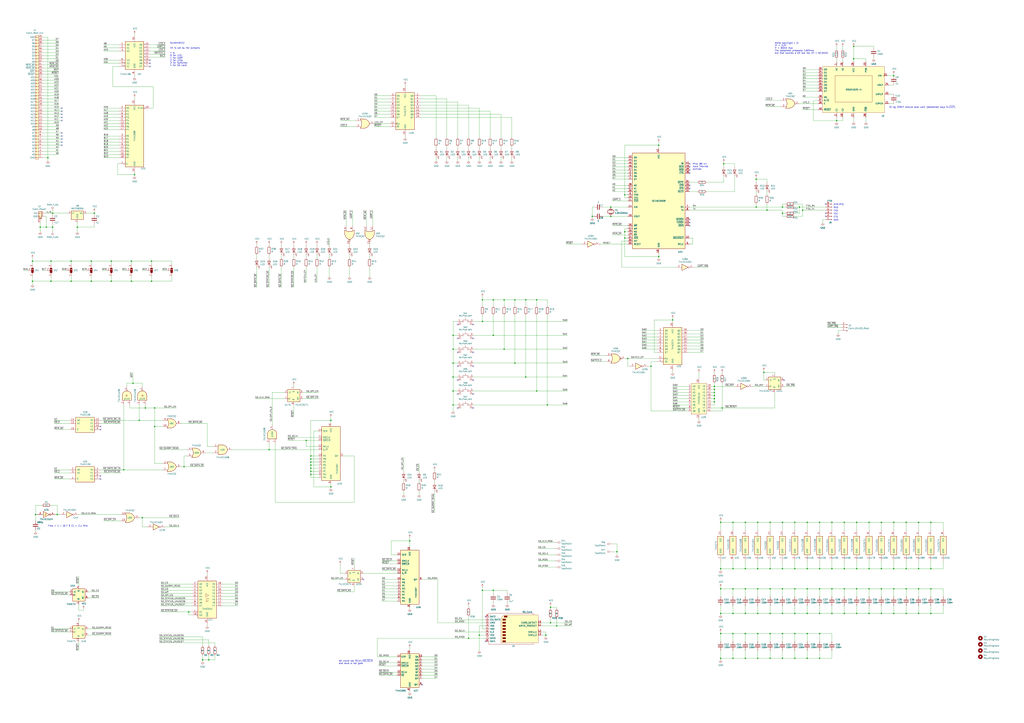
<source format=kicad_sch>
(kicad_sch (version 20211123) (generator eeschema)
  (paper "A1")
  (junction (at 632.46 504.19))
  (junction (at 642.62 429.26))
  (junction (at 513.08 190.5))
  (junction (at 39.37 129.54))
  (junction (at 673.1 429.26))
  (junction (at 744.22 429.26))
  (junction (at 687.07 99.06))
  (junction (at 271.78 345.44))
  (junction (at 591.82 520.7))
  (junction (at 622.3 541.02))
  (junction (at 107.95 214.63))
  (junction (at 38.1 186.69))
  (junction (at 622.3 504.19))
  (junction (at 693.42 483.87))
  (junction (at 652.78 541.02))
  (junction (at 642.62 170.18))
  (junction (at 701.04 48.26))
  (junction (at 58.42 231.14))
  (junction (at 541.02 210.82))
  (junction (at 723.9 483.87))
  (junction (at 764.54 483.87))
  (junction (at 621.03 170.18))
  (junction (at 673.1 504.19))
  (junction (at 541.02 119.38))
  (junction (at 91.44 214.63))
  (junction (at 723.9 504.19))
  (junction (at 91.44 231.14))
  (junction (at 652.78 429.26))
  (junction (at 591.82 483.87))
  (junction (at 501.65 177.8))
  (junction (at 251.46 361.95))
  (junction (at 372.11 287.02))
  (junction (at 652.78 483.87))
  (junction (at 440.69 246.38))
  (junction (at 515.62 294.64))
  (junction (at 116.84 425.45))
  (junction (at 586.74 325.12))
  (junction (at 734.06 429.26))
  (junction (at 734.06 467.36))
  (junction (at 501.65 170.18))
  (junction (at 744.22 504.19))
  (junction (at 336.55 444.5))
  (junction (at 586.74 330.2))
  (junction (at 114.3 345.44))
  (junction (at 632.46 467.36))
  (junction (at 622.3 467.36))
  (junction (at 29.21 422.91))
  (junction (at 764.54 504.19))
  (junction (at 642.62 467.36))
  (junction (at 586.74 320.04))
  (junction (at 723.9 467.36))
  (junction (at 405.13 246.38))
  (junction (at 601.98 483.87))
  (junction (at 642.62 504.19))
  (junction (at 431.8 309.88))
  (junction (at 703.58 467.36))
  (junction (at 713.74 504.19))
  (junction (at 662.94 483.87))
  (junction (at 552.45 262.89))
  (junction (at 673.1 541.02))
  (junction (at 693.42 504.19))
  (junction (at 713.74 467.36))
  (junction (at 662.94 429.26))
  (junction (at 713.74 429.26))
  (junction (at 754.38 467.36))
  (junction (at 754.38 483.87))
  (junction (at 683.26 504.19))
  (junction (at 612.14 520.7))
  (junction (at 652.78 504.19))
  (junction (at 440.69 321.31))
  (junction (at 744.22 483.87))
  (junction (at 632.46 541.02))
  (junction (at 63.5 186.69))
  (junction (at 683.26 429.26))
  (junction (at 74.93 231.14))
  (junction (at 513.08 160.02))
  (junction (at 255.27 384.81))
  (junction (at 255.27 382.27))
  (junction (at 713.74 483.87))
  (junction (at 593.09 335.28))
  (junction (at 754.38 429.26))
  (junction (at 396.24 485.14))
  (junction (at 41.91 231.14))
  (junction (at 734.06 62.23))
  (junction (at 591.82 429.26))
  (junction (at 621.03 147.32))
  (junction (at 703.58 483.87))
  (junction (at 601.98 541.02))
  (junction (at 701.04 38.1))
  (junction (at 652.78 520.7))
  (junction (at 452.12 499.11))
  (junction (at 151.13 383.54))
  (junction (at 673.1 520.7))
  (junction (at 703.58 429.26))
  (junction (at 612.14 483.87))
  (junction (at 594.36 134.62))
  (junction (at 107.95 231.14))
  (junction (at 642.62 520.7))
  (junction (at 457.2 514.35))
  (junction (at 744.22 467.36))
  (junction (at 414.02 287.02))
  (junction (at 632.46 429.26))
  (junction (at 74.93 214.63))
  (junction (at 591.82 467.36))
  (junction (at 662.94 467.36))
  (junction (at 77.47 175.26))
  (junction (at 255.27 374.65))
  (junction (at 513.08 195.58))
  (junction (at 723.9 429.26))
  (junction (at 622.3 429.26))
  (junction (at 372.11 321.31))
  (junction (at 448.31 521.97))
  (junction (at 734.06 504.19))
  (junction (at 166.37 542.29))
  (junction (at 662.94 520.7))
  (junction (at 703.58 504.19))
  (junction (at 642.62 175.26))
  (junction (at 683.26 467.36))
  (junction (at 534.67 300.99))
  (junction (at 764.54 429.26))
  (junction (at 673.1 467.36))
  (junction (at 414.02 246.38))
  (junction (at 656.59 170.18))
  (junction (at 127 335.28))
  (junction (at 683.26 483.87))
  (junction (at 422.91 298.45))
  (junction (at 642.62 541.02))
  (junction (at 622.3 520.7))
  (junction (at 26.67 231.14))
  (junction (at 124.46 231.14))
  (junction (at 58.42 214.63))
  (junction (at 612.14 504.19))
  (junction (at 101.6 386.08))
  (junction (at 591.82 541.02))
  (junction (at 255.27 379.73))
  (junction (at 405.13 275.59))
  (junction (at 629.92 172.72))
  (junction (at 449.58 332.74))
  (junction (at 26.67 214.63))
  (junction (at 41.91 214.63))
  (junction (at 452.12 511.81))
  (junction (at 372.11 275.59))
  (junction (at 612.14 541.02))
  (junction (at 693.42 467.36))
  (junction (at 271.78 400.05))
  (junction (at 764.54 467.36))
  (junction (at 422.91 246.38))
  (junction (at 693.42 429.26))
  (junction (at 612.14 467.36))
  (junction (at 662.94 541.02))
  (junction (at 393.7 521.97))
  (junction (at 601.98 429.26))
  (junction (at 632.46 520.7))
  (junction (at 601.98 467.36))
  (junction (at 662.94 504.19))
  (junction (at 405.13 485.14))
  (junction (at 632.46 483.87))
  (junction (at 43.18 186.69))
  (junction (at 627.38 306.07))
  (junction (at 220.98 369.57))
  (junction (at 110.49 143.51))
  (junction (at 372.11 332.74))
  (junction (at 124.46 214.63))
  (junction (at 255.27 387.35))
  (junction (at 486.41 177.8))
  (junction (at 586.74 317.5))
  (junction (at 109.22 314.96))
  (junction (at 659.13 172.72))
  (junction (at 127 350.52))
  (junction (at 591.82 504.19))
  (junction (at 673.1 483.87))
  (junction (at 586.74 322.58))
  (junction (at 601.98 504.19))
  (junction (at 622.3 483.87))
  (junction (at 396.24 246.38))
  (junction (at 119.38 335.28))
  (junction (at 255.27 377.19))
  (junction (at 652.78 467.36))
  (junction (at 154.94 502.92))
  (junction (at 396.24 264.16))
  (junction (at 601.98 520.7))
  (junction (at 33.02 186.69))
  (junction (at 384.81 524.51))
  (junction (at 43.18 175.26))
  (junction (at 754.38 504.19))
  (junction (at 506.73 453.39))
  (junction (at 46.99 422.91))
  (junction (at 255.27 389.89))
  (junction (at 642.62 483.87))
  (junction (at 431.8 246.38))
  (junction (at 372.11 309.88))
  (junction (at 171.45 542.29))
  (junction (at 372.11 298.45))
  (junction (at 586.74 327.66))
  (junction (at 612.14 429.26))
  (junction (at 734.06 483.87))
  (no_connect (at 346.71 562.61))
  (no_connect (at 388.62 312.42))
  (no_connect (at 388.62 323.85))
  (no_connect (at 643.89 312.42))
  (no_connect (at 123.19 49.53))
  (no_connect (at 375.92 289.56))
  (no_connect (at 375.92 323.85))
  (no_connect (at 388.62 335.28))
  (no_connect (at 388.62 278.13))
  (no_connect (at 566.42 180.34))
  (no_connect (at 298.45 476.25))
  (no_connect (at 566.42 152.4))
  (no_connect (at 50.8 109.22))
  (no_connect (at 398.78 527.05))
  (no_connect (at 50.8 114.3))
  (no_connect (at 50.8 88.9))
  (no_connect (at 123.19 52.07))
  (no_connect (at 566.42 137.16))
  (no_connect (at 566.42 139.7))
  (no_connect (at 375.92 300.99))
  (no_connect (at 375.92 266.7))
  (no_connect (at 50.8 96.52))
  (no_connect (at 566.42 154.94))
  (no_connect (at 388.62 266.7))
  (no_connect (at 678.18 177.8))
  (no_connect (at 82.55 350.52))
  (no_connect (at 566.42 134.62))
  (no_connect (at 388.62 289.56))
  (no_connect (at 678.18 167.64))
  (no_connect (at 375.92 278.13))
  (no_connect (at 50.8 93.98))
  (no_connect (at 50.8 99.06))
  (no_connect (at 82.55 353.06))
  (no_connect (at 50.8 116.84))
  (no_connect (at 82.55 391.16))
  (no_connect (at 375.92 312.42))
  (no_connect (at 50.8 119.38))
  (no_connect (at 123.19 54.61))
  (no_connect (at 375.92 335.28))
  (no_connect (at 398.78 506.73))
  (no_connect (at 566.42 142.24))
  (no_connect (at 678.18 175.26))
  (no_connect (at 566.42 185.42))
  (no_connect (at 50.8 111.76))
  (no_connect (at 566.42 182.88))
  (no_connect (at 50.8 91.44))
  (no_connect (at 82.55 393.7))
  (no_connect (at 388.62 300.99))
  (wire (pts (xy 734.06 490.22) (xy 734.06 483.87)))
  (wire (pts (xy 58.42 214.63) (xy 74.93 214.63)))
  (wire (pts (xy 422.91 259.08) (xy 422.91 298.45)))
  (wire (pts (xy 628.65 317.5) (xy 618.49 317.5)))
  (wire (pts (xy 270.51 209.55) (xy 270.51 212.09)))
  (wire (pts (xy 622.3 467.36) (xy 612.14 467.36)))
  (wire (pts (xy 398.78 521.97) (xy 393.7 521.97)))
  (wire (pts (xy 515.62 195.58) (xy 513.08 195.58)))
  (wire (pts (xy 359.41 476.25) (xy 359.41 511.81)))
  (wire (pts (xy 510.54 219.71) (xy 554.99 219.71)))
  (wire (pts (xy 35.56 129.54) (xy 39.37 129.54)))
  (wire (pts (xy 552.45 304.8) (xy 552.45 306.07)))
  (wire (pts (xy 513.08 210.82) (xy 541.02 210.82)))
  (wire (pts (xy 261.62 389.89) (xy 255.27 389.89)))
  (wire (pts (xy 39.37 129.54) (xy 39.37 132.08)))
  (wire (pts (xy 311.15 547.37) (xy 326.39 547.37)))
  (wire (pts (xy 734.06 504.19) (xy 723.9 504.19)))
  (wire (pts (xy 123.19 46.99) (xy 135.89 46.99)))
  (wire (pts (xy 35.56 35.56) (xy 48.26 35.56)))
  (wire (pts (xy 74.93 231.14) (xy 91.44 231.14)))
  (wire (pts (xy 43.18 175.26) (xy 55.88 175.26)))
  (wire (pts (xy 290.83 412.75) (xy 226.06 412.75)))
  (wire (pts (xy 652.78 317.5) (xy 643.89 317.5)))
  (wire (pts (xy 372.11 309.88) (xy 372.11 298.45)))
  (wire (pts (xy 612.14 534.67) (xy 612.14 541.02)))
  (wire (pts (xy 422.91 246.38) (xy 431.8 246.38)))
  (wire (pts (xy 621.03 157.48) (xy 621.03 160.02)))
  (wire (pts (xy 621.03 170.18) (xy 621.03 167.64)))
  (wire (pts (xy 541.02 116.84) (xy 541.02 119.38)))
  (wire (pts (xy 303.53 200.66) (xy 303.53 201.93)))
  (wire (pts (xy 116.84 425.45) (xy 116.84 433.07)))
  (wire (pts (xy 532.13 300.99) (xy 534.67 300.99)))
  (wire (pts (xy 182.88 490.22) (xy 195.58 490.22)))
  (wire (pts (xy 652.78 497.84) (xy 652.78 504.19)))
  (wire (pts (xy 703.58 483.87) (xy 713.74 483.87)))
  (wire (pts (xy 764.54 497.84) (xy 764.54 504.19)))
  (wire (pts (xy 501.65 177.8) (xy 495.3 177.8)))
  (wire (pts (xy 687.07 48.26) (xy 687.07 50.8)))
  (wire (pts (xy 35.56 50.8) (xy 48.26 50.8)))
  (wire (pts (xy 513.08 190.5) (xy 515.62 190.5)))
  (wire (pts (xy 565.15 332.74) (xy 552.45 332.74)))
  (wire (pts (xy 422.91 298.45) (xy 466.09 298.45)))
  (wire (pts (xy 642.62 429.26) (xy 652.78 429.26)))
  (wire (pts (xy 440.69 321.31) (xy 466.09 321.31)))
  (wire (pts (xy 110.49 142.24) (xy 110.49 143.51)))
  (wire (pts (xy 220.98 200.66) (xy 220.98 201.93)))
  (wire (pts (xy 405.13 495.3) (xy 405.13 496.57)))
  (wire (pts (xy 586.74 320.04) (xy 586.74 322.58)))
  (wire (pts (xy 411.48 129.54) (xy 411.48 132.08)))
  (wire (pts (xy 683.26 461.01) (xy 683.26 467.36)))
  (wire (pts (xy 57.15 393.7) (xy 44.45 393.7)))
  (wire (pts (xy 701.04 96.52) (xy 701.04 100.33)))
  (wire (pts (xy 182.88 480.06) (xy 195.58 480.06)))
  (wire (pts (xy 457.2 508) (xy 457.2 514.35)))
  (wire (pts (xy 469.9 511.81) (xy 452.12 511.81)))
  (wire (pts (xy 257.81 354.33) (xy 257.81 400.05)))
  (wire (pts (xy 764.54 461.01) (xy 764.54 467.36)))
  (wire (pts (xy 147.32 433.07) (xy 135.89 433.07)))
  (wire (pts (xy 64.77 473.71) (xy 64.77 481.33)))
  (wire (pts (xy 693.42 429.26) (xy 703.58 429.26)))
  (wire (pts (xy 627.38 306.07) (xy 627.38 312.42)))
  (wire (pts (xy 279.4 471.17) (xy 279.4 463.55)))
  (wire (pts (xy 345.44 93.98) (xy 411.48 93.98)))
  (wire (pts (xy 744.22 435.61) (xy 744.22 429.26)))
  (wire (pts (xy 593.09 314.96) (xy 593.09 335.28)))
  (wire (pts (xy 659.13 90.17) (xy 671.83 90.17)))
  (wire (pts (xy 151.13 374.65) (xy 151.13 383.54)))
  (wire (pts (xy 29.21 422.91) (xy 30.48 422.91)))
  (wire (pts (xy 210.82 200.66) (xy 210.82 201.93)))
  (wire (pts (xy 683.26 534.67) (xy 683.26 541.02)))
  (wire (pts (xy 281.94 374.65) (xy 290.83 374.65)))
  (wire (pts (xy 577.85 274.32) (xy 565.15 274.32)))
  (wire (pts (xy 754.38 483.87) (xy 764.54 483.87)))
  (wire (pts (xy 572.77 149.86) (xy 566.42 149.86)))
  (wire (pts (xy 411.48 120.65) (xy 411.48 121.92)))
  (wire (pts (xy 110.49 62.23) (xy 110.49 63.5)))
  (wire (pts (xy 97.79 106.68) (xy 85.09 106.68)))
  (wire (pts (xy 774.7 504.19) (xy 764.54 504.19)))
  (wire (pts (xy 109.22 306.07) (xy 109.22 314.96)))
  (wire (pts (xy 662.94 483.87) (xy 673.1 483.87)))
  (wire (pts (xy 241.3 219.71) (xy 241.3 236.22)))
  (wire (pts (xy 375.92 83.82) (xy 375.92 113.03)))
  (wire (pts (xy 309.88 524.51) (xy 384.81 524.51)))
  (wire (pts (xy 506.73 447.04) (xy 506.73 453.39)))
  (wire (pts (xy 367.03 120.65) (xy 367.03 121.92)))
  (wire (pts (xy 448.31 521.97) (xy 444.5 521.97)))
  (wire (pts (xy 659.13 59.69) (xy 671.83 59.69)))
  (wire (pts (xy 63.5 182.88) (xy 63.5 186.69)))
  (wire (pts (xy 85.09 36.83) (xy 97.79 36.83)))
  (wire (pts (xy 359.41 547.37) (xy 346.71 547.37)))
  (wire (pts (xy 717.55 38.1) (xy 717.55 39.37)))
  (wire (pts (xy 48.26 83.82) (xy 35.56 83.82)))
  (wire (pts (xy 29.21 415.29) (xy 29.21 422.91)))
  (wire (pts (xy 372.11 275.59) (xy 372.11 264.16)))
  (wire (pts (xy 541.02 210.82) (xy 541.02 212.09)))
  (wire (pts (xy 375.92 309.88) (xy 372.11 309.88)))
  (wire (pts (xy 662.94 490.22) (xy 662.94 483.87)))
  (wire (pts (xy 326.39 481.33) (xy 313.69 481.33)))
  (wire (pts (xy 261.62 322.58) (xy 248.92 322.58)))
  (wire (pts (xy 170.18 367.03) (xy 175.26 367.03)))
  (wire (pts (xy 673.1 504.19) (xy 662.94 504.19)))
  (wire (pts (xy 233.68 322.58) (xy 223.52 322.58)))
  (wire (pts (xy 41.91 214.63) (xy 58.42 214.63)))
  (wire (pts (xy 135.89 44.45) (xy 123.19 44.45)))
  (wire (pts (xy 367.03 81.28) (xy 367.03 113.03)))
  (wire (pts (xy 652.78 170.18) (xy 656.59 170.18)))
  (wire (pts (xy 584.2 335.28) (xy 593.09 335.28)))
  (wire (pts (xy 671.83 72.39) (xy 659.13 72.39)))
  (wire (pts (xy 166.37 542.29) (xy 166.37 543.56)))
  (wire (pts (xy 513.08 187.96) (xy 513.08 190.5)))
  (wire (pts (xy 527.05 284.48) (xy 539.75 284.48)))
  (wire (pts (xy 375.92 321.31) (xy 372.11 321.31)))
  (wire (pts (xy 744.22 490.22) (xy 744.22 483.87)))
  (wire (pts (xy 83.82 222.25) (xy 87.63 222.25)))
  (wire (pts (xy 35.56 93.98) (xy 50.8 93.98)))
  (wire (pts (xy 195.58 487.68) (xy 182.88 487.68)))
  (wire (pts (xy 652.78 467.36) (xy 642.62 467.36)))
  (wire (pts (xy 34.29 415.29) (xy 29.21 415.29)))
  (wire (pts (xy 320.04 88.9) (xy 307.34 88.9)))
  (wire (pts (xy 326.39 476.25) (xy 313.69 476.25)))
  (wire (pts (xy 455.93 445.77) (xy 441.96 445.77)))
  (wire (pts (xy 260.35 209.55) (xy 260.35 212.09)))
  (wire (pts (xy 594.36 144.78) (xy 594.36 149.86)))
  (wire (pts (xy 384.81 129.54) (xy 384.81 132.08)))
  (wire (pts (xy 744.22 467.36) (xy 734.06 467.36)))
  (wire (pts (xy 35.56 109.22) (xy 50.8 109.22)))
  (wire (pts (xy 572.77 157.48) (xy 566.42 157.48)))
  (wire (pts (xy 77.47 184.15) (xy 77.47 186.69)))
  (wire (pts (xy 388.62 309.88) (xy 431.8 309.88)))
  (wire (pts (xy 662.94 541.02) (xy 652.78 541.02)))
  (wire (pts (xy 552.45 335.28) (xy 565.15 335.28)))
  (wire (pts (xy 77.47 175.26) (xy 77.47 176.53)))
  (wire (pts (xy 497.84 297.18) (xy 485.14 297.18)))
  (wire (pts (xy 130.81 525.78) (xy 171.45 525.78)))
  (wire (pts (xy 581.66 219.71) (xy 570.23 219.71)))
  (wire (pts (xy 688.34 271.78) (xy 688.34 274.32)))
  (wire (pts (xy 359.41 542.29) (xy 346.71 542.29)))
  (wire (pts (xy 627.38 312.42) (xy 628.65 312.42)))
  (wire (pts (xy 41.91 227.33) (xy 41.91 231.14)))
  (wire (pts (xy 703.58 504.19) (xy 693.42 504.19)))
  (wire (pts (xy 313.69 478.79) (xy 326.39 478.79)))
  (wire (pts (xy 148.59 347.98) (xy 170.18 347.98)))
  (wire (pts (xy 440.69 259.08) (xy 440.69 321.31)))
  (wire (pts (xy 106.68 332.74) (xy 106.68 335.28)))
  (wire (pts (xy 135.89 41.91) (xy 123.19 41.91)))
  (wire (pts (xy 711.2 48.26) (xy 701.04 48.26)))
  (wire (pts (xy 652.78 175.26) (xy 656.59 175.26)))
  (wire (pts (xy 43.18 172.72) (xy 43.18 175.26)))
  (wire (pts (xy 132.08 495.3) (xy 157.48 495.3)))
  (wire (pts (xy 414.02 251.46) (xy 414.02 246.38)))
  (wire (pts (xy 612.14 429.26) (xy 622.3 429.26)))
  (wire (pts (xy 668.02 82.55) (xy 671.83 82.55)))
  (wire (pts (xy 331.47 394.97) (xy 331.47 396.24)))
  (wire (pts (xy 652.78 527.05) (xy 652.78 520.7)))
  (wire (pts (xy 110.49 27.94) (xy 110.49 29.21)))
  (wire (pts (xy 632.46 467.36) (xy 622.3 467.36)))
  (wire (pts (xy 754.38 435.61) (xy 754.38 429.26)))
  (wire (pts (xy 502.92 157.48) (xy 515.62 157.48)))
  (wire (pts (xy 565.15 276.86) (xy 577.85 276.86)))
  (wire (pts (xy 693.42 461.01) (xy 693.42 467.36)))
  (wire (pts (xy 515.62 129.54) (xy 502.92 129.54)))
  (wire (pts (xy 728.98 62.23) (xy 734.06 62.23)))
  (wire (pts (xy 384.81 497.84) (xy 384.81 499.11)))
  (wire (pts (xy 313.69 463.55) (xy 326.39 463.55)))
  (wire (pts (xy 541.02 210.82) (xy 541.02 208.28)))
  (wire (pts (xy 345.44 96.52) (xy 420.37 96.52)))
  (wire (pts (xy 612.14 490.22) (xy 612.14 483.87)))
  (wire (pts (xy 723.9 435.61) (xy 723.9 429.26)))
  (wire (pts (xy 77.47 173.99) (xy 77.47 175.26)))
  (wire (pts (xy 632.46 490.22) (xy 632.46 483.87)))
  (wire (pts (xy 693.42 467.36) (xy 683.26 467.36)))
  (wire (pts (xy 431.8 246.38) (xy 440.69 246.38)))
  (wire (pts (xy 636.27 335.28) (xy 636.27 322.58)))
  (wire (pts (xy 132.08 487.68) (xy 157.48 487.68)))
  (wire (pts (xy 601.98 534.67) (xy 601.98 541.02)))
  (wire (pts (xy 85.09 49.53) (xy 97.79 49.53)))
  (wire (pts (xy 311.15 544.83) (xy 326.39 544.83)))
  (wire (pts (xy 594.36 134.62) (xy 603.25 134.62)))
  (wire (pts (xy 552.45 330.2) (xy 565.15 330.2)))
  (wire (pts (xy 85.09 99.06) (xy 97.79 99.06)))
  (wire (pts (xy 584.2 320.04) (xy 586.74 320.04)))
  (wire (pts (xy 586.74 306.07) (xy 586.74 307.34)))
  (wire (pts (xy 251.46 361.95) (xy 261.62 361.95)))
  (wire (pts (xy 534.67 297.18) (xy 539.75 297.18)))
  (wire (pts (xy 539.75 271.78) (xy 527.05 271.78)))
  (wire (pts (xy 612.14 467.36) (xy 601.98 467.36)))
  (wire (pts (xy 734.06 69.85) (xy 730.25 69.85)))
  (wire (pts (xy 515.62 200.66) (xy 492.76 200.66)))
  (wire (pts (xy 356.87 403.86) (xy 356.87 421.64)))
  (wire (pts (xy 393.7 514.35) (xy 393.7 521.97)))
  (wire (pts (xy 659.13 69.85) (xy 671.83 69.85)))
  (wire (pts (xy 713.74 435.61) (xy 713.74 429.26)))
  (wire (pts (xy 48.26 53.34) (xy 35.56 53.34)))
  (wire (pts (xy 566.42 170.18) (xy 621.03 170.18)))
  (wire (pts (xy 448.31 519.43) (xy 448.31 521.97)))
  (wire (pts (xy 405.13 246.38) (xy 414.02 246.38)))
  (wire (pts (xy 513.08 160.02) (xy 513.08 119.38)))
  (wire (pts (xy 375.92 129.54) (xy 375.92 132.08)))
  (wire (pts (xy 693.42 483.87) (xy 703.58 483.87)))
  (wire (pts (xy 255.27 387.35) (xy 261.62 387.35)))
  (wire (pts (xy 255.27 374.65) (xy 255.27 345.44)))
  (wire (pts (xy 287.02 209.55) (xy 287.02 212.09)))
  (wire (pts (xy 692.15 50.8) (xy 692.15 48.26)))
  (wire (pts (xy 251.46 367.03) (xy 261.62 367.03)))
  (wire (pts (xy 591.82 519.43) (xy 591.82 520.7)))
  (wire (pts (xy 586.74 317.5) (xy 603.25 317.5)))
  (wire (pts (xy 284.48 172.72) (xy 284.48 185.42)))
  (wire (pts (xy 402.59 91.44) (xy 402.59 113.03)))
  (wire (pts (xy 431.8 259.08) (xy 431.8 309.88)))
  (wire (pts (xy 513.08 190.5) (xy 513.08 195.58)))
  (wire (pts (xy 693.42 504.19) (xy 683.26 504.19)))
  (wire (pts (xy 701.04 38.1) (xy 701.04 48.26)))
  (wire (pts (xy 431.8 251.46) (xy 431.8 246.38)))
  (wire (pts (xy 652.78 490.22) (xy 652.78 483.87)))
  (wire (pts (xy 170.18 347.98) (xy 170.18 367.03)))
  (wire (pts (xy 671.83 67.31) (xy 659.13 67.31)))
  (wire (pts (xy 703.58 467.36) (xy 693.42 467.36)))
  (wire (pts (xy 539.75 276.86) (xy 527.05 276.86)))
  (wire (pts (xy 632.46 527.05) (xy 632.46 520.7)))
  (wire (pts (xy 591.82 520.7) (xy 601.98 520.7)))
  (wire (pts (xy 683.26 541.02) (xy 673.1 541.02)))
  (wire (pts (xy 632.46 483.87) (xy 642.62 483.87)))
  (wire (pts (xy 388.62 275.59) (xy 405.13 275.59)))
  (wire (pts (xy 612.14 483.87) (xy 622.3 483.87)))
  (wire (pts (xy 396.24 251.46) (xy 396.24 246.38)))
  (wire (pts (xy 303.53 209.55) (xy 303.53 212.09)))
  (wire (pts (xy 601.98 435.61) (xy 601.98 429.26)))
  (wire (pts (xy 151.13 383.54) (xy 167.64 383.54)))
  (wire (pts (xy 133.35 222.25) (xy 137.16 222.25)))
  (wire (pts (xy 100.33 222.25) (xy 104.14 222.25)))
  (wire (pts (xy 130.81 528.32) (xy 176.53 528.32)))
  (wire (pts (xy 501.65 170.18) (xy 495.3 170.18)))
  (wire (pts (xy 659.13 74.93) (xy 671.83 74.93)))
  (wire (pts (xy 271.78 400.05) (xy 271.78 401.32)))
  (wire (pts (xy 515.62 294.64) (xy 539.75 294.64)))
  (wire (pts (xy 632.46 429.26) (xy 642.62 429.26)))
  (wire (pts (xy 405.13 275.59) (xy 466.09 275.59)))
  (wire (pts (xy 48.26 86.36) (xy 35.56 86.36)))
  (wire (pts (xy 398.78 514.35) (xy 393.7 514.35)))
  (wire (pts (xy 487.68 170.18) (xy 486.41 170.18)))
  (wire (pts (xy 190.5 369.57) (xy 220.98 369.57)))
  (wire (pts (xy 182.88 485.14) (xy 195.58 485.14)))
  (wire (pts (xy 464.82 200.66) (xy 477.52 200.66)))
  (wire (pts (xy 300.99 172.72) (xy 300.99 185.42)))
  (wire (pts (xy 166.37 538.48) (xy 166.37 542.29)))
  (wire (pts (xy 220.98 369.57) (xy 261.62 369.57)))
  (wire (pts (xy 485.14 292.1) (xy 497.84 292.1)))
  (wire (pts (xy 157.48 482.6) (xy 132.08 482.6)))
  (wire (pts (xy 652.78 461.01) (xy 652.78 467.36)))
  (wire (pts (xy 713.74 483.87) (xy 723.9 483.87)))
  (wire (pts (xy 64.77 422.91) (xy 99.06 422.91)))
  (wire (pts (xy 356.87 386.08) (xy 356.87 387.35)))
  (wire (pts (xy 91.44 231.14) (xy 107.95 231.14)))
  (wire (pts (xy 210.82 236.22) (xy 210.82 219.71)))
  (wire (pts (xy 176.53 542.29) (xy 176.53 538.48)))
  (wire (pts (xy 734.06 429.26) (xy 744.22 429.26)))
  (wire (pts (xy 270.51 219.71) (xy 270.51 227.33)))
  (wire (pts (xy 345.44 86.36) (xy 384.81 86.36)))
  (wire (pts (xy 713.74 429.26) (xy 723.9 429.26)))
  (wire (pts (xy 298.45 471.17) (xy 326.39 471.17)))
  (wire (pts (xy 577.85 279.4) (xy 565.15 279.4)))
  (wire (pts (xy 566.42 172.72) (xy 629.92 172.72)))
  (wire (pts (xy 612.14 541.02) (xy 601.98 541.02)))
  (wire (pts (xy 683.26 490.22) (xy 683.26 483.87)))
  (wire (pts (xy 632.46 435.61) (xy 632.46 429.26)))
  (wire (pts (xy 336.55 532.13) (xy 336.55 534.67)))
  (wire (pts (xy 701.04 38.1) (xy 717.55 38.1)))
  (wire (pts (xy 236.22 359.41) (xy 261.62 359.41)))
  (wire (pts (xy 612.14 527.05) (xy 612.14 520.7)))
  (wire (pts (xy 35.56 91.44) (xy 50.8 91.44)))
  (wire (pts (xy 48.26 63.5) (xy 35.56 63.5)))
  (wire (pts (xy 586.74 330.2) (xy 586.74 332.74)))
  (wire (pts (xy 332.74 111.76) (xy 332.74 113.03)))
  (wire (pts (xy 26.67 214.63) (xy 41.91 214.63)))
  (wire (pts (xy 603.25 144.78) (xy 603.25 157.48)))
  (wire (pts (xy 85.09 52.07) (xy 97.79 52.07)))
  (wire (pts (xy 26.67 217.17) (xy 26.67 214.63)))
  (wire (pts (xy 290.83 374.65) (xy 290.83 412.75)))
  (wire (pts (xy 565.15 287.02) (xy 577.85 287.02)))
  (wire (pts (xy 77.47 186.69) (xy 63.5 186.69)))
  (wire (pts (xy 255.27 382.27) (xy 261.62 382.27)))
  (wire (pts (xy 271.78 400.05) (xy 271.78 397.51)))
  (wire (pts (xy 457.2 499.11) (xy 457.2 500.38)))
  (wire (pts (xy 359.41 557.53) (xy 346.71 557.53)))
  (wire (pts (xy 255.27 382.27) (xy 255.27 384.81)))
  (wire (pts (xy 513.08 294.64) (xy 515.62 294.64)))
  (wire (pts (xy 673.1 497.84) (xy 673.1 504.19)))
  (wire (pts (xy 358.14 78.74) (xy 358.14 113.03)))
  (wire (pts (xy 420.37 129.54) (xy 420.37 132.08)))
  (wire (pts (xy 577.85 284.48) (xy 565.15 284.48)))
  (wire (pts (xy 594.36 134.62) (xy 594.36 137.16)))
  (wire (pts (xy 48.26 60.96) (xy 35.56 60.96)))
  (wire (pts (xy 591.82 461.01) (xy 591.82 467.36)))
  (wire (pts (xy 39.37 30.48) (xy 35.56 30.48)))
  (wire (pts (xy 744.22 483.87) (xy 754.38 483.87)))
  (wire (pts (xy 656.59 85.09) (xy 671.83 85.09)))
  (wire (pts (xy 313.69 488.95) (xy 326.39 488.95)))
  (wire (pts (xy 515.62 162.56) (xy 513.08 162.56)))
  (wire (pts (xy 713.74 461.01) (xy 713.74 467.36)))
  (wire (pts (xy 642.62 177.8) (xy 645.16 177.8)))
  (wire (pts (xy 713.74 504.19) (xy 703.58 504.19)))
  (wire (pts (xy 346.71 554.99) (xy 359.41 554.99)))
  (wire (pts (xy 723.9 467.36) (xy 713.74 467.36)))
  (wire (pts (xy 734.06 60.96) (xy 734.06 62.23)))
  (wire (pts (xy 586.74 325.12) (xy 586.74 327.66)))
  (wire (pts (xy 388.62 298.45) (xy 422.91 298.45)))
  (wire (pts (xy 754.38 429.26) (xy 764.54 429.26)))
  (wire (pts (xy 41.91 231.14) (xy 58.42 231.14)))
  (wire (pts (xy 683.26 527.05) (xy 683.26 520.7)))
  (wire (pts (xy 586.74 314.96) (xy 586.74 317.5)))
  (wire (pts (xy 642.62 527.05) (xy 642.62 520.7)))
  (wire (pts (xy 774.7 490.22) (xy 774.7 483.87)))
  (wire (pts (xy 107.95 214.63) (xy 124.46 214.63)))
  (wire (pts (xy 515.62 300.99) (xy 516.89 300.99)))
  (wire (pts (xy 97.79 101.6) (xy 85.09 101.6)))
  (wire (pts (xy 515.62 187.96) (xy 513.08 187.96)))
  (wire (pts (xy 97.79 124.46) (xy 85.09 124.46)))
  (wire (pts (xy 92.71 54.61) (xy 92.71 71.12)))
  (wire (pts (xy 255.27 345.44) (xy 271.78 345.44)))
  (wire (pts (xy 744.22 429.26) (xy 754.38 429.26)))
  (wire (pts (xy 223.52 322.58) (xy 223.52 349.25)))
  (wire (pts (xy 414.02 246.38) (xy 422.91 246.38)))
  (wire (pts (xy 132.08 490.22) (xy 157.48 490.22)))
  (wire (pts (xy 367.03 129.54) (xy 367.03 132.08)))
  (wire (pts (xy 307.34 81.28) (xy 320.04 81.28)))
  (wire (pts (xy 271.78 342.9) (xy 271.78 345.44)))
  (wire (pts (xy 279.4 99.06) (xy 292.1 99.06)))
  (wire (pts (xy 67.31 222.25) (xy 71.12 222.25)))
  (wire (pts (xy 673.1 435.61) (xy 673.1 429.26)))
  (wire (pts (xy 372.11 321.31) (xy 372.11 309.88)))
  (wire (pts (xy 673.1 467.36) (xy 662.94 467.36)))
  (wire (pts (xy 81.28 491.49) (xy 72.39 491.49)))
  (wire (pts (xy 127 381) (xy 133.35 381)))
  (wire (pts (xy 693.42 490.22) (xy 693.42 483.87)))
  (wire (pts (xy 251.46 209.55) (xy 251.46 212.09)))
  (wire (pts (xy 612.14 435.61) (xy 612.14 429.26)))
  (wire (pts (xy 502.92 132.08) (xy 515.62 132.08)))
  (wire (pts (xy 717.55 46.99) (xy 717.55 48.26)))
  (wire (pts (xy 584.2 317.5) (xy 586.74 317.5)))
  (wire (pts (xy 44.45 347.98) (xy 57.15 347.98)))
  (wire (pts (xy 359.41 476.25) (xy 346.71 476.25)))
  (wire (pts (xy 270.51 195.58) (xy 270.51 201.93)))
  (wire (pts (xy 261.62 379.73) (xy 255.27 379.73)))
  (wire (pts (xy 502.92 447.04) (xy 506.73 447.04)))
  (wire (pts (xy 539.75 289.56) (xy 537.21 289.56)))
  (wire (pts (xy 673.1 520.7) (xy 683.26 520.7)))
  (wire (pts (xy 97.79 114.3) (xy 85.09 114.3)))
  (wire (pts (xy 642.62 172.72) (xy 642.62 175.26)))
  (wire (pts (xy 513.08 162.56) (xy 513.08 160.02)))
  (wire (pts (xy 64.77 534.67) (xy 64.77 527.05)))
  (wire (pts (xy 29.21 427.99) (xy 29.21 422.91)))
  (wire (pts (xy 46.99 422.91) (xy 45.72 422.91)))
  (wire (pts (xy 35.56 111.76) (xy 50.8 111.76)))
  (wire (pts (xy 515.62 198.12) (xy 510.54 198.12)))
  (wire (pts (xy 346.71 544.83) (xy 359.41 544.83)))
  (wire (pts (xy 255.27 374.65) (xy 255.27 377.19)))
  (wire (pts (xy 345.44 78.74) (xy 358.14 78.74)))
  (wire (pts (xy 166.37 542.29) (xy 171.45 542.29)))
  (wire (pts (xy 659.13 167.64) (xy 659.13 172.72)))
  (wire (pts (xy 629.92 157.48) (xy 629.92 160.02)))
  (wire (pts (xy 85.09 39.37) (xy 97.79 39.37)))
  (wire (pts (xy 68.58 501.65) (xy 64.77 501.65)))
  (wire (pts (xy 375.92 275.59) (xy 372.11 275.59)))
  (wire (pts (xy 99.06 388.62) (xy 82.55 388.62)))
  (wire (pts (xy 652.78 167.64) (xy 659.13 167.64)))
  (wire (pts (xy 754.38 467.36) (xy 744.22 467.36)))
  (wire (pts (xy 326.39 468.63) (xy 313.69 468.63)))
  (wire (pts (xy 96.52 134.62) (xy 96.52 143.51)))
  (wire (pts (xy 622.3 527.05) (xy 622.3 520.7)))
  (wire (pts (xy 402.59 120.65) (xy 402.59 121.92)))
  (wire (pts (xy 448.31 521.97) (xy 448.31 523.24)))
  (wire (pts (xy 110.49 143.51) (xy 110.49 144.78)))
  (wire (pts (xy 754.38 490.22) (xy 754.38 483.87)))
  (wire (pts (xy 662.94 520.7) (xy 673.1 520.7)))
  (wire (pts (xy 687.07 96.52) (xy 687.07 99.06)))
  (wire (pts (xy 261.62 327.66) (xy 248.92 327.66)))
  (wire (pts (xy 774.7 497.84) (xy 774.7 504.19)))
  (wire (pts (xy 26.67 227.33) (xy 26.67 231.14)))
  (wire (pts (xy 642.62 175.26) (xy 642.62 177.8)))
  (wire (pts (xy 574.04 306.07) (xy 574.04 311.15)))
  (wire (pts (xy 527.05 279.4) (xy 539.75 279.4)))
  (wire (pts (xy 513.08 195.58) (xy 513.08 210.82)))
  (wire (pts (xy 642.62 435.61) (xy 642.62 429.26)))
  (wire (pts (xy 92.71 71.12) (xy 125.73 71.12)))
  (wire (pts (xy 629.92 172.72) (xy 642.62 172.72)))
  (wire (pts (xy 632.46 541.02) (xy 622.3 541.02)))
  (wire (pts (xy 659.13 177.8) (xy 659.13 172.72)))
  (wire (pts (xy 74.93 214.63) (xy 91.44 214.63)))
  (wire (pts (xy 58.42 231.14) (xy 74.93 231.14)))
  (wire (pts (xy 331.47 403.86) (xy 331.47 406.4)))
  (wire (pts (xy 144.78 335.28) (xy 127 335.28)))
  (wire (pts (xy 373.38 509.27) (xy 398.78 509.27)))
  (wire (pts (xy 320.04 93.98) (xy 307.34 93.98)))
  (wire (pts (xy 107.95 231.14) (xy 107.95 227.33)))
  (wire (pts (xy 692.15 96.52) (xy 692.15 99.06)))
  (wire (pts (xy 85.09 104.14) (xy 97.79 104.14)))
  (wire (pts (xy 110.49 80.01) (xy 110.49 81.28)))
  (wire (pts (xy 157.48 502.92) (xy 154.94 502.92)))
  (wire (pts (xy 629.92 172.72) (xy 629.92 167.64)))
  (wire (pts (xy 703.58 461.01) (xy 703.58 467.36)))
  (wire (pts (xy 591.82 541.02) (xy 591.82 542.29)))
  (wire (pts (xy 85.09 88.9) (xy 97.79 88.9)))
  (wire (pts (xy 502.92 147.32) (xy 515.62 147.32)))
  (wire (pts (xy 764.54 467.36) (xy 754.38 467.36)))
  (wire (pts (xy 678.18 180.34) (xy 675.64 180.34)))
  (wire (pts (xy 241.3 209.55) (xy 241.3 212.09)))
  (wire (pts (xy 320.04 101.6) (xy 307.34 101.6)))
  (wire (pts (xy 642.62 520.7) (xy 652.78 520.7)))
  (wire (pts (xy 388.62 264.16) (xy 396.24 264.16)))
  (wire (pts (xy 774.7 435.61) (xy 774.7 429.26)))
  (wire (pts (xy 148.59 383.54) (xy 151.13 383.54)))
  (wire (pts (xy 642.62 497.84) (xy 642.62 504.19)))
  (wire (pts (xy 154.94 505.46) (xy 154.94 502.92)))
  (wire (pts (xy 764.54 504.19) (xy 754.38 504.19)))
  (wire (pts (xy 568.96 195.58) (xy 568.96 200.66)))
  (wire (pts (xy 48.26 106.68) (xy 35.56 106.68)))
  (wire (pts (xy 402.59 129.54) (xy 402.59 132.08)))
  (wire (pts (xy 388.62 287.02) (xy 414.02 287.02)))
  (wire (pts (xy 124.46 217.17) (xy 124.46 214.63)))
  (wire (pts (xy 91.44 516.89) (xy 72.39 516.89)))
  (wire (pts (xy 723.9 483.87) (xy 734.06 483.87)))
  (wire (pts (xy 116.84 433.07) (xy 120.65 433.07)))
  (wire (pts (xy 537.21 262.89) (xy 537.21 289.56)))
  (wire (pts (xy 99.06 347.98) (xy 82.55 347.98)))
  (wire (pts (xy 591.82 490.22) (xy 591.82 483.87)))
  (wire (pts (xy 642.62 504.19) (xy 632.46 504.19)))
  (wire (pts (xy 396.24 485.14) (xy 396.24 482.6)))
  (wire (pts (xy 622.3 490.22) (xy 622.3 483.87)))
  (wire (pts (xy 601.98 461.01) (xy 601.98 467.36)))
  (wire (pts (xy 96.52 143.51) (xy 110.49 143.51)))
  (wire (pts (xy 166.37 523.24) (xy 166.37 530.86)))
  (wire (pts (xy 147.32 425.45) (xy 116.84 425.45)))
  (wire (pts (xy 431.8 309.88) (xy 466.09 309.88)))
  (wire (pts (xy 441.96 455.93) (xy 455.93 455.93)))
  (wire (pts (xy 290.83 458.47) (xy 290.83 466.09)))
  (wire (pts (xy 396.24 259.08) (xy 396.24 264.16)))
  (wire (pts (xy 393.7 120.65) (xy 393.7 121.92)))
  (wire (pts (xy 420.37 96.52) (xy 420.37 113.03)))
  (wire (pts (xy 405.13 485.14) (xy 396.24 485.14)))
  (wire (pts (xy 622.3 520.7) (xy 632.46 520.7)))
  (wire (pts (xy 107.95 214.63) (xy 107.95 217.17)))
  (wire (pts (xy 593.09 337.82) (xy 584.2 337.82)))
  (wire (pts (xy 744.22 461.01) (xy 744.22 467.36)))
  (wire (pts (xy 774.7 467.36) (xy 764.54 467.36)))
  (wire (pts (xy 668.02 99.06) (xy 668.02 82.55)))
  (wire (pts (xy 754.38 461.01) (xy 754.38 467.36)))
  (wire (pts (xy 601.98 497.84) (xy 601.98 504.19)))
  (wire (pts (xy 744.22 497.84) (xy 744.22 504.19)))
  (wire (pts (xy 132.08 480.06) (xy 157.48 480.06)))
  (wire (pts (xy 345.44 81.28) (xy 367.03 81.28)))
  (wire (pts (xy 502.92 185.42) (xy 515.62 185.42)))
  (wire (pts (xy 346.71 549.91) (xy 359.41 549.91)))
  (wire (pts (xy 176.53 528.32) (xy 176.53 530.86)))
  (wire (pts (xy 195.58 492.76) (xy 182.88 492.76)))
  (wire (pts (xy 621.03 146.05) (xy 621.03 147.32)))
  (wire (pts (xy 622.3 429.26) (xy 632.46 429.26)))
  (wire (pts (xy 283.21 471.17) (xy 279.4 471.17)))
  (wire (pts (xy 734.06 467.36) (xy 723.9 467.36)))
  (wire (pts (xy 679.45 269.24) (xy 690.88 269.24)))
  (wire (pts (xy 29.21 435.61) (xy 29.21 436.88)))
  (wire (pts (xy 502.92 165.1) (xy 515.62 165.1)))
  (wire (pts (xy 114.3 332.74) (xy 114.3 345.44)))
  (wire (pts (xy 734.06 435.61) (xy 734.06 429.26)))
  (wire (pts (xy 182.88 495.3) (xy 195.58 495.3)))
  (wire (pts (xy 764.54 483.87) (xy 774.7 483.87)))
  (wire (pts (xy 565.15 281.94) (xy 577.85 281.94)))
  (wire (pts (xy 359.41 552.45) (xy 346.71 552.45)))
  (wire (pts (xy 703.58 490.22) (xy 703.58 483.87)))
  (wire (pts (xy 97.79 119.38) (xy 85.09 119.38)))
  (wire (pts (xy 713.74 490.22) (xy 713.74 483.87)))
  (wire (pts (xy 612.14 497.84) (xy 612.14 504.19)))
  (wire (pts (xy 703.58 429.26) (xy 713.74 429.26)))
  (wire (pts (xy 591.82 427.99) (xy 591.82 429.26)))
  (wire (pts (xy 119.38 332.74) (xy 119.38 335.28)))
  (wire (pts (xy 711.2 48.26) (xy 711.2 50.8)))
  (wire (pts (xy 441.96 461.01) (xy 455.93 461.01)))
  (wire (pts (xy 114.3 345.44) (xy 133.35 345.44)))
  (wire (pts (xy 130.81 523.24) (xy 166.37 523.24)))
  (wire (pts (xy 261.62 384.81) (xy 255.27 384.81)))
  (wire (pts (xy 85.09 121.92) (xy 97.79 121.92)))
  (wire (pts (xy 632.46 504.19) (xy 622.3 504.19)))
  (wire (pts (xy 109.22 314.96) (xy 104.14 314.96)))
  (wire (pts (xy 82.55 345.44) (xy 114.3 345.44)))
  (wire (pts (xy 659.13 64.77) (xy 671.83 64.77)))
  (wire (pts (xy 398.78 516.89) (xy 396.24 516.89)))
  (wire (pts (xy 171.45 542.29) (xy 176.53 542.29)))
  (wire (pts (xy 591.82 504.19) (xy 591.82 505.46)))
  (wire (pts (xy 372.11 287.02) (xy 372.11 275.59)))
  (wire (pts (xy 384.81 86.36) (xy 384.81 113.03)))
  (wire (pts (xy 168.91 372.11) (xy 175.26 372.11)))
  (wire (pts (xy 642.62 483.87) (xy 652.78 483.87)))
  (wire (pts (xy 384.81 524.51) (xy 398.78 524.51)))
  (wire (pts (xy 326.39 486.41) (xy 313.69 486.41)))
  (wire (pts (xy 358.14 129.54) (xy 358.14 132.08)))
  (wire (pts (xy 502.92 142.24) (xy 515.62 142.24)))
  (wire (pts (xy 586.74 317.5) (xy 586.74 320.04)))
  (wire (pts (xy 107.95 231.14) (xy 124.46 231.14)))
  (wire (pts (xy 584.2 330.2) (xy 586.74 330.2)))
  (wire (pts (xy 440.69 246.38) (xy 449.58 246.38)))
  (wire (pts (xy 19.05 222.25) (xy 22.86 222.25)))
  (wire (pts (xy 127 350.52) (xy 127 381)))
  (wire (pts (xy 57.15 516.89) (xy 41.91 516.89)))
  (wire (pts (xy 48.26 101.6) (xy 35.56 101.6)))
  (wire (pts (xy 513.08 160.02) (xy 515.62 160.02)))
  (wire (pts (xy 601.98 490.22) (xy 601.98 483.87)))
  (wire (pts (xy 565.15 327.66) (xy 552.45 327.66)))
  (wire (pts (xy 584.2 325.12) (xy 586.74 325.12)))
  (wire (pts (xy 673.1 461.01) (xy 673.1 467.36)))
  (wire (pts (xy 711.2 96.52) (xy 711.2 100.33)))
  (wire (pts (xy 68.58 500.38) (xy 68.58 501.65)))
  (wire (pts (xy 127 350.52) (xy 133.35 350.52)))
  (wire (pts (xy 35.56 99.06) (xy 50.8 99.06)))
  (wire (pts (xy 195.58 482.6) (xy 182.88 482.6)))
  (wire (pts (xy 44.45 388.62) (xy 57.15 388.62)))
  (wire (pts (xy 35.56 114.3) (xy 50.8 114.3)))
  (wire (pts (xy 48.26 48.26) (xy 35.56 48.26)))
  (wire (pts (xy 486.41 177.8) (xy 486.41 179.07)))
  (wire (pts (xy 662.94 504.19) (xy 652.78 504.19)))
  (wire (pts (xy 683.26 435.61) (xy 683.26 429.26)))
  (wire (pts (xy 257.81 400.05) (xy 271.78 400.05)))
  (wire (pts (xy 506.73 453.39) (xy 506.73 455.93)))
  (wire (pts (xy 652.78 520.7) (xy 662.94 520.7)))
  (wire (pts (xy 591.82 527.05) (xy 591.82 520.7)))
  (wire (pts (xy 130.81 369.57) (xy 153.67 369.57)))
  (wire (pts (xy 344.17 403.86) (xy 344.17 406.4)))
  (wire (pts (xy 593.09 335.28) (xy 593.09 337.82)))
  (wire (pts (xy 612.14 520.7) (xy 622.3 520.7)))
  (wire (pts (xy 104.14 314.96) (xy 104.14 317.5)))
  (wire (pts (xy 57.15 486.41) (xy 41.91 486.41)))
  (wire (pts (xy 336.55 444.5) (xy 336.55 449.58)))
  (wire (pts (xy 372.11 264.16) (xy 375.92 264.16)))
  (wire (pts (xy 565.15 317.5) (xy 552.45 317.5)))
  (wire (pts (xy 35.56 68.58) (xy 48.26 68.58)))
  (wire (pts (xy 502.92 154.94) (xy 515.62 154.94)))
  (wire (pts (xy 64.77 510.54) (xy 64.77 511.81)))
  (wire (pts (xy 444.5 519.43) (xy 448.31 519.43)))
  (wire (pts (xy 734.06 85.09) (xy 730.25 85.09)))
  (wire (pts (xy 375.92 298.45) (xy 372.11 298.45)))
  (wire (pts (xy 552.45 320.04) (xy 565.15 320.04)))
  (wire (pts (xy 261.62 354.33) (xy 257.81 354.33)))
  (wire (pts (xy 345.44 91.44) (xy 402.59 91.44)))
  (wire (pts (xy 35.56 116.84) (xy 50.8 116.84)))
  (wire (pts (xy 414.02 259.08) (xy 414.02 287.02)))
  (wire (pts (xy 692.15 40.64) (xy 692.15 38.1)))
  (wire (pts (xy 116.84 222.25) (xy 120.65 222.25)))
  (wire (pts (xy 713.74 467.36) (xy 703.58 467.36)))
  (wire (pts (xy 255.27 389.89) (xy 255.27 392.43)))
  (wire (pts (xy 662.94 435.61) (xy 662.94 429.26)))
  (wire (pts (xy 124.46 214.63) (xy 140.97 214.63)))
  (wire (pts (xy 241.3 200.66) (xy 241.3 201.93)))
  (wire (pts (xy 591.82 429.26) (xy 601.98 429.26)))
  (wire (pts (xy 336.55 499.11) (xy 336.55 500.38)))
  (wire (pts (xy 486.41 177.8) (xy 487.68 177.8)))
  (wire (pts (xy 457.2 514.35) (xy 444.5 514.35)))
  (wire (pts (xy 326.39 455.93) (xy 321.31 455.93)))
  (wire (pts (xy 566.42 195.58) (xy 568.96 195.58)))
  (wire (pts (xy 344.17 394.97) (xy 344.17 396.24)))
  (wire (pts (xy 58.42 217.17) (xy 58.42 214.63)))
  (wire (pts (xy 125.73 88.9) (xy 123.19 88.9)))
  (wire (pts (xy 33.02 190.5) (xy 33.02 186.69)))
  (wire (pts (xy 101.6 386.08) (xy 133.35 386.08)))
  (wire (pts (xy 398.78 519.43) (xy 373.38 519.43)))
  (wire (pts (xy 372.11 332.74) (xy 372.11 321.31)))
  (wire (pts (xy 313.69 483.87) (xy 326.39 483.87)))
  (wire (pts (xy 502.92 193.04) (xy 515.62 193.04)))
  (wire (pts (xy 449.58 246.38) (xy 449.58 251.46)))
  (wire (pts (xy 652.78 435.61) (xy 652.78 429.26)))
  (wire (pts (xy 593.09 306.07) (xy 593.09 307.34)))
  (wire (pts (xy 591.82 435.61) (xy 591.82 429.26)))
  (wire (pts (xy 723.9 497.84) (xy 723.9 504.19)))
  (wire (pts (xy 289.56 185.42) (xy 289.56 172.72)))
  (wire (pts (xy 331.47 375.92) (xy 331.47 387.35)))
  (wire (pts (xy 652.78 429.26) (xy 662.94 429.26)))
  (wire (pts (xy 91.44 227.33) (xy 91.44 231.14)))
  (wire (pts (xy 502.92 137.16) (xy 515.62 137.16)))
  (wire (pts (xy 116.84 425.45) (xy 114.3 425.45)))
  (wire (pts (xy 486.41 170.18) (xy 486.41 177.8)))
  (wire (pts (xy 287.02 200.66) (xy 287.02 201.93)))
  (wire (pts (xy 603.25 134.62) (xy 603.25 137.16)))
  (wire (pts (xy 35.56 119.38) (xy 50.8 119.38)))
  (wire (pts (xy 48.26 124.46) (xy 35.56 124.46)))
  (wire (pts (xy 452.12 499.11) (xy 452.12 500.38)))
  (wire (pts (xy 48.26 33.02) (xy 35.56 33.02)))
  (wire (pts (xy 41.91 415.29) (xy 46.99 415.29)))
  (wire (pts (xy 307.34 96.52) (xy 320.04 96.52)))
  (wire (pts (xy 414.02 287.02) (xy 466.09 287.02)))
  (wire (pts (xy 171.45 538.48) (xy 171.45 542.29)))
  (wire (pts (xy 35.56 88.9) (xy 50.8 88.9)))
  (wire (pts (xy 565.15 322.58) (xy 552.45 322.58)))
  (wire (pts (xy 101.6 332.74) (xy 101.6 386.08)))
  (wire (pts (xy 44.45 345.44) (xy 57.15 345.44)))
  (wire (pts (xy 85.09 116.84) (xy 97.79 116.84)))
  (wire (pts (xy 48.26 38.1) (xy 35.56 38.1)))
  (wire (pts (xy 692.15 99.06) (xy 687.07 99.06)))
  (wire (pts (xy 452.12 508) (xy 452.12 511.81)))
  (wire (pts (xy 123.19 36.83) (xy 135.89 36.83)))
  (wire (pts (xy 593.09 335.28) (xy 636.27 335.28)))
  (wire (pts (xy 683.26 467.36) (xy 673.1 467.36)))
  (wire (pts (xy 652.78 541.02) (xy 642.62 541.02)))
  (wire (pts (xy 127 335.28) (xy 119.38 335.28)))
  (wire (pts (xy 43.18 186.69) (xy 43.18 190.5)))
  (wire (pts (xy 515.62 134.62) (xy 502.92 134.62)))
  (wire (pts (xy 271.78 476.25) (xy 283.21 476.25)))
  (wire (pts (xy 662.94 497.84) (xy 662.94 504.19)))
  (wire (pts (xy 332.74 69.85) (xy 332.74 71.12)))
  (wire (pts (xy 97.79 54.61) (xy 92.71 54.61)))
  (wire (pts (xy 255.27 392.43) (xy 261.62 392.43)))
  (wire (pts (xy 396.24 264.16) (xy 466.09 264.16)))
  (wire (pts (xy 754.38 497.84) (xy 754.38 504.19)))
  (wire (pts (xy 306.07 185.42) (xy 306.07 172.72)))
  (wire (pts (xy 656.59 170.18) (xy 678.18 170.18)))
  (wire (pts (xy 372.11 298.45) (xy 372.11 287.02)))
  (wire (pts (xy 74.93 217.17) (xy 74.93 214.63)))
  (wire (pts (xy 41.91 488.95) (xy 57.15 488.95)))
  (wire (pts (xy 671.83 57.15) (xy 659.13 57.15)))
  (wire (pts (xy 251.46 361.95) (xy 251.46 367.03)))
  (wire (pts (xy 231.14 200.66) (xy 231.14 201.93)))
  (wire (pts (xy 236.22 361.95) (xy 251.46 361.95)))
  (wire (pts (xy 251.46 200.66) (xy 251.46 201.93)))
  (wire (pts (xy 50.8 222.25) (xy 54.61 222.25)))
  (wire (pts (xy 57.15 353.06) (xy 44.45 353.06)))
  (wire (pts (xy 642.62 534.67) (xy 642.62 541.02)))
  (wire (pts (xy 241.3 342.9) (xy 241.3 332.74)))
  (wire (pts (xy 220.98 209.55) (xy 220.98 212.09)))
  (wire (pts (xy 673.1 541.02) (xy 662.94 541.02)))
  (wire (pts (xy 662.94 467.36) (xy 652.78 467.36)))
  (wire (pts (xy 513.08 119.38) (xy 541.02 119.38)))
  (wire (pts (xy 584.2 322.58) (xy 586.74 322.58)))
  (wire (pts (xy 124.46 231.14) (xy 140.97 231.14)))
  (wire (pts (xy 226.06 412.75) (xy 226.06 364.49)))
  (wire (pts (xy 171.45 525.78) (xy 171.45 530.86)))
  (wire (pts (xy 662.94 527.05) (xy 662.94 520.7)))
  (wire (pts (xy 393.7 88.9) (xy 393.7 113.03)))
  (wire (pts (xy 764.54 435.61) (xy 764.54 429.26)))
  (wire (pts (xy 260.35 200.66) (xy 260.35 201.93)))
  (wire (pts (xy 220.98 236.22) (xy 220.98 219.71)))
  (wire (pts (xy 723.9 461.01) (xy 723.9 467.36)))
  (wire (pts (xy 125.73 71.12) (xy 125.73 88.9)))
  (wire (pts (xy 632.46 497.84) (xy 632.46 504.19)))
  (wire (pts (xy 124.46 227.33) (xy 124.46 231.14)))
  (wire (pts (xy 734.06 461.01) (xy 734.06 467.36)))
  (wire (pts (xy 153.67 374.65) (xy 151.13 374.65)))
  (wire (pts (xy 43.18 184.15) (xy 43.18 186.69)))
  (wire (pts (xy 393.7 521.97) (xy 393.7 534.67)))
  (wire (pts (xy 541.02 119.38) (xy 541.02 121.92)))
  (wire (pts (xy 43.18 186.69) (xy 38.1 186.69)))
  (wire (pts (xy 41.91 217.17) (xy 41.91 214.63)))
  (wire (pts (xy 774.7 461.01) (xy 774.7 467.36)))
  (wire (pts (xy 601.98 429.26) (xy 612.14 429.26)))
  (wire (pts (xy 683.26 504.19) (xy 673.1 504.19)))
  (wire (pts (xy 539.75 281.94) (xy 527.05 281.94)))
  (wire (pts (xy 515.62 139.7) (xy 502.92 139.7)))
  (wire (pts (xy 320.04 78.74) (xy 307.34 78.74)))
  (wire (pts (xy 359.41 511.81) (xy 398.78 511.81)))
  (wire (pts (xy 636.27 307.34) (xy 636.27 306.07)))
  (wire (pts (xy 303.53 219.71) (xy 303.53 227.33)))
  (wire (pts (xy 48.26 104.14) (xy 35.56 104.14)))
  (wire (pts (xy 591.82 482.6) (xy 591.82 483.87)))
  (wire (pts (xy 26.67 231.14) (xy 41.91 231.14)))
  (wire (pts (xy 336.55 441.96) (xy 336.55 444.5)))
  (wire (pts (xy 642.62 490.22) (xy 642.62 483.87)))
  (wire (pts (xy 552.45 262.89) (xy 537.21 262.89)))
  (wire (pts (xy 279.4 104.14) (xy 292.1 104.14)))
  (wire (pts (xy 375.92 287.02) (xy 372.11 287.02)))
  (wire (pts (xy 552.45 325.12) (xy 565.15 325.12)))
  (wire (pts (xy 35.56 45.72) (xy 48.26 45.72)))
  (wire (pts (xy 311.15 554.99) (xy 326.39 554.99)))
  (wire (pts (xy 642.62 541.02) (xy 632.46 541.02)))
  (wire (pts (xy 396.24 243.84) (xy 396.24 246.38)))
  (wire (pts (xy 591.82 467.36) (xy 591.82 468.63)))
  (wire (pts (xy 97.79 129.54) (xy 85.09 129.54)))
  (wire (pts (xy 123.19 39.37) (xy 135.89 39.37)))
  (wire (pts (xy 642.62 461.01) (xy 642.62 467.36)))
  (wire (pts (xy 255.27 377.19) (xy 261.62 377.19)))
  (wire (pts (xy 411.48 93.98) (xy 411.48 113.03)))
  (wire (pts (xy 38.1 177.8) (xy 38.1 186.69)))
  (wire (pts (xy 85.09 127) (xy 97.79 127)))
  (wire (pts (xy 195.58 497.84) (xy 182.88 497.84)))
  (wire (pts (xy 642.62 467.36) (xy 632.46 467.36)))
  (wire (pts (xy 393.7 129.54) (xy 393.7 132.08)))
  (wire (pts (xy 345.44 83.82) (xy 375.92 83.82)))
  (wire (pts (xy 271.78 345.44) (xy 271.78 347.98)))
  (wire (pts (xy 209.55 327.66) (xy 233.68 327.66)))
  (wire (pts (xy 679.45 266.7) (xy 690.88 266.7)))
  (wire (pts (xy 346.71 539.75) (xy 359.41 539.75)))
  (wire (pts (xy 116.84 314.96) (xy 116.84 317.5)))
  (wire (pts (xy 622.3 504.19) (xy 612.14 504.19)))
  (wire (pts (xy 26.67 212.09) (xy 26.67 214.63)))
  (wire (pts (xy 43.18 175.26) (xy 43.18 176.53)))
  (wire (pts (xy 85.09 93.98) (xy 97.79 93.98)))
  (wire (pts (xy 642.62 167.64) (xy 642.62 170.18)))
  (wire (pts (xy 591.82 497.84) (xy 591.82 504.19)))
  (wire (pts (xy 621.03 170.18) (xy 642.62 170.18)))
  (wire (pts (xy 388.62 332.74) (xy 449.58 332.74)))
  (wire (pts (xy 287.02 219.71) (xy 287.02 227.33)))
  (wire (pts (xy 64.77 501.65) (xy 64.77 496.57)))
  (wire (pts (xy 170.18 471.17) (xy 170.18 472.44)))
  (wire (pts (xy 44.45 386.08) (xy 57.15 386.08)))
  (wire (pts (xy 251.46 219.71) (xy 251.46 232.41)))
  (wire (pts (xy 34.29 222.25) (xy 38.1 222.25)))
  (wire (pts (xy 48.26 121.92) (xy 35.56 121.92)))
  (wire (pts (xy 231.14 219.71) (xy 231.14 236.22)))
  (wire (pts (xy 63.5 186.69) (xy 63.5 190.5)))
  (wire (pts (xy 645.16 167.64) (xy 642.62 167.64)))
  (wire (pts (xy 48.26 58.42) (xy 35.56 58.42)))
  (wire (pts (xy 375.92 120.65) (xy 375.92 121.92)))
  (wire (pts (xy 255.27 387.35) (xy 255.27 389.89)))
  (wire (pts (xy 36.83 177.8) (xy 38.1 177.8)))
  (wire (pts (xy 157.48 485.14) (xy 132.08 485.14)))
  (wire (pts (xy 642.62 170.18) (xy 645.16 170.18)))
  (wire (pts (xy 74.93 227.33) (xy 74.93 231.14)))
  (wire (pts (xy 601.98 527.05) (xy 601.98 520.7)))
  (wire (pts (xy 601.98 483.87) (xy 612.14 483.87)))
  (wire (pts (xy 622.3 534.67) (xy 622.3 541.02)))
  (wire (pts (xy 534.67 300.99) (xy 534.67 297.18)))
  (wire (pts (xy 85.09 41.91) (xy 97.79 41.91)))
  (wire (pts (xy 345.44 88.9) (xy 393.7 88.9)))
  (wire (pts (xy 662.94 429.26) (xy 673.1 429.26)))
  (wire (pts (xy 420.37 120.65) (xy 420.37 121.92)))
  (wire (pts (xy 210.82 209.55) (xy 210.82 212.09)))
  (wire (pts (xy 85.09 91.44) (xy 97.79 91.44)))
  (wire (pts (xy 601.98 541.02) (xy 591.82 541.02)))
  (wire (pts (xy 764.54 429.26) (xy 774.7 429.26)))
  (wire (pts (xy 580.39 157.48) (xy 603.25 157.48)))
  (wire (pts (xy 35.56 73.66) (xy 48.26 73.66)))
  (wire (pts (xy 85.09 111.76) (xy 97.79 111.76)))
  (wire (pts (xy 515.62 170.18) (xy 501.65 170.18)))
  (wire (pts (xy 515.62 144.78) (xy 502.92 144.78)))
  (wire (pts (xy 713.74 497.84) (xy 713.74 504.19)))
  (wire (pts (xy 372.11 332.74) (xy 372.11 337.82)))
  (wire (pts (xy 48.26 78.74) (xy 35.56 78.74)))
  (wire (pts (xy 440.69 251.46) (xy 440.69 246.38)))
  (wire (pts (xy 313.69 461.01) (xy 326.39 461.01)))
  (wire (pts (xy 358.14 120.65) (xy 358.14 121.92)))
  (wire (pts (xy 48.26 127) (xy 35.56 127)))
  (wire (pts (xy 132.08 492.76) (xy 157.48 492.76)))
  (wire (pts (xy 591.82 534.67) (xy 591.82 541.02)))
  (wire (pts (xy 703.58 435.61) (xy 703.58 429.26)))
  (wire (pts (xy 687.07 38.1) (xy 687.07 40.64)))
  (wire (pts (xy 552.45 264.16) (xy 552.45 262.89)))
  (wire (pts (xy 683.26 483.87) (xy 693.42 483.87)))
  (wire (pts (xy 422.91 251.46) (xy 422.91 246.38)))
  (wire (pts (xy 568.96 200.66) (xy 566.42 200.66)))
  (wire (pts (xy 632.46 461.01) (xy 632.46 467.36)))
  (wire (pts (xy 140.97 231.14) (xy 140.97 227.33)))
  (wire (pts (xy 690.88 271.78) (xy 688.34 271.78)))
  (wire (pts (xy 627.38 304.8) (xy 627.38 306.07)))
  (wire (pts (xy 673.1 429.26) (xy 683.26 429.26)))
  (wire (pts (xy 85.09 427.99) (xy 99.06 427.99)))
  (wire (pts (xy 577.85 289.56) (xy 565.15 289.56)))
  (wire (pts (xy 220.98 364.49) (xy 220.98 369.57)))
  (wire (pts (xy 405.13 251.46) (xy 405.13 246.38)))
  (wire (pts (xy 321.31 455.93) (xy 321.31 444.5)))
  (wire (pts (xy 510.54 198.12) (xy 510.54 219.71)))
  (wire (pts (xy 384.81 120.65) (xy 384.81 121.92)))
  (wire (pts (xy 416.56 485.14) (xy 416.56 487.68)))
  (wire (pts (xy 416.56 495.3) (xy 416.56 496.57)))
  (wire (pts (xy 701.04 48.26) (xy 701.04 50.8)))
  (wire (pts (xy 140.97 214.63) (xy 140.97 217.17)))
  (wire (pts (xy 622.3 541.02) (xy 612.14 541.02)))
  (wire (pts (xy 48.26 43.18) (xy 35.56 43.18)))
  (wire (pts (xy 91.44 217.17) (xy 91.44 214.63)))
  (wire (pts (xy 81.28 486.41) (xy 72.39 486.41)))
  (wire (pts (xy 622.3 461.01) (xy 622.3 467.36)))
  (wire (pts (xy 675.64 180.34) (xy 675.64 182.88)))
  (wire (pts (xy 621.03 147.32) (xy 629.92 147.32)))
  (wire (pts (xy 449.58 332.74) (xy 466.09 332.74)))
  (wire (pts (xy 673.1 483.87) (xy 683.26 483.87)))
  (wire (pts (xy 46.99 415.29) (xy 46.99 422.91)))
  (wire (pts (xy 26.67 231.14) (xy 26.67 233.68)))
  (wire (pts (xy 621.03 147.32) (xy 621.03 149.86)))
  (wire (pts (xy 48.26 76.2) (xy 35.56 76.2)))
  (wire (pts (xy 452.12 511.81) (xy 444.5 511.81)))
  (wire (pts (xy 336.55 567.69) (xy 336.55 568.96)))
  (wire (pts (xy 48.26 55.88) (xy 35.56 55.88)))
  (wire (pts (xy 527.05 274.32) (xy 539.75 274.32)))
  (wire (pts (xy 344.17 381) (xy 344.17 387.35)))
  (wire (pts (xy 622.3 497.84) (xy 622.3 504.19)))
  (wire (pts (xy 309.88 539.75) (xy 326.39 539.75)))
  (wire (pts (xy 591.82 483.87) (xy 601.98 483.87)))
  (wire (pts (xy 71.12 175.26) (xy 77.47 175.26)))
  (wire (pts (xy 683.26 429.26) (xy 693.42 429.26)))
  (wire (pts (xy 388.62 321.31) (xy 440.69 321.31)))
  (wire (pts (xy 405.13 259.08) (xy 405.13 275.59)))
  (wire (pts (xy 91.44 214.63) (xy 107.95 214.63)))
  (wire (pts (xy 356.87 394.97) (xy 356.87 396.24)))
  (wire (pts (xy 72.39 521.97) (xy 91.44 521.97)))
  (wire (pts (xy 33.02 186.69) (xy 38.1 186.69)))
  (wire (pts (xy 693.42 497.84) (xy 693.42 504.19)))
  (wire (pts (xy 659.13 80.01) (xy 671.83 80.01)))
  (wire (pts (xy 673.1 527.05) (xy 673.1 520.7)))
  (wire (pts (xy 652.78 504.19) (xy 642.62 504.19)))
  (wire (pts (xy 601.98 504.19) (xy 591.82 504.19)))
  (wire (pts (xy 734.06 497.84) (xy 734.06 504.19)))
  (wire (pts (xy 723.9 490.22) (xy 723.9 483.87)))
  (wire (pts (xy 673.1 534.67) (xy 673.1 541.02)))
  (wire (pts (xy 441.96 466.09) (xy 455.93 466.09)))
  (wire (pts (xy 502.92 152.4) (xy 515.62 152.4)))
  (wire (pts (xy 241.3 316.23) (xy 241.3 317.5)))
  (wire (pts (xy 48.26 71.12) (xy 35.56 71.12)))
  (wire (pts (xy 632.46 534.67) (xy 632.46 541.02)))
  (wire (pts (xy 231.14 209.55) (xy 231.14 212.09)))
  (wire (pts (xy 687.07 99.06) (xy 687.07 100.33)))
  (wire (pts (xy 49.53 422.91) (xy 46.99 422.91)))
  (wire (pts (xy 652.78 483.87) (xy 662.94 483.87)))
  (wire (pts (xy 396.24 246.38) (xy 405.13 246.38)))
  (wire (pts (xy 673.1 490.22) (xy 673.1 483.87)))
  (wire (pts (xy 97.79 134.62) (xy 96.52 134.62)))
  (wire (pts (xy 662.94 534.67) (xy 662.94 541.02)))
  (wire (pts (xy 671.83 62.23) (xy 659.13 62.23)))
  (wire (pts (xy 452.12 499.11) (xy 457.2 499.11)))
  (wire (pts (xy 723.9 504.19) (xy 713.74 504.19)))
  (wire (pts (xy 321.31 444.5) (xy 336.55 444.5)))
  (wire (pts (xy 642.62 175.26) (xy 645.16 175.26)))
  (wire (pts (xy 109.22 314.96) (xy 116.84 314.96)))
  (wire (pts (xy 612.14 461.01) (xy 612.14 467.36)))
  (wire (pts (xy 601.98 520.7) (xy 612.14 520.7)))
  (wire (pts (xy 255.27 384.81) (xy 255.27 387.35)))
  (wire (pts (xy 565.15 271.78) (xy 577.85 271.78)))
  (wire (pts (xy 41.91 519.43) (xy 57.15 519.43)))
  (wire (pts (xy 612.14 504.19) (xy 601.98 504.19)))
  (wire (pts (xy 594.36 133.35) (xy 594.36 134.62)))
  (wire (pts (xy 652.78 534.67) (xy 652.78 541.02)))
  (wire (pts (xy 629.92 147.32) (xy 629.92 149.86)))
  (wire (pts (xy 539.75 287.02) (xy 527.05 287.02)))
  (wire (pts (xy 35.56 66.04) (xy 48.26 66.04)))
  (wire (pts (xy 290.83 481.33) (xy 290.83 486.41)))
  (wire (pts (xy 652.78 177.8) (xy 659.13 177.8)))
  (wire (pts (xy 132.08 497.84) (xy 157.48 497.84)))
  (wire (pts (xy 601.98 467.36) (xy 591.82 467.36)))
  (wire (pts (xy 659.13 172.72) (xy 678.18 172.72)))
  (wire (pts (xy 39.37 129.54) (xy 39.37 30.48)))
  (wire (pts (xy 703.58 497.84) (xy 703.58 504.19)))
  (wire (pts (xy 82.55 386.08) (xy 101.6 386.08)))
  (wire (pts (xy 764.54 490.22) (xy 764.54 483.87)))
  (wire (pts (xy 515.62 294.64) (xy 515.62 300.99)))
  (wire (pts (xy 683.26 497.84) (xy 683.26 504.19)))
  (wire (pts (xy 734.06 77.47) (xy 730.25 77.47)))
  (wire (pts (xy 449.58 259.08) (xy 449.58 332.74)))
  (wire (pts (xy 628.65 82.55) (xy 641.35 82.55)))
  (wire (pts (xy 754.38 504.19) (xy 744.22 504.19)))
  (wire (pts (xy 452.12 497.84) (xy 452.12 499.11)))
  (wire (pts (xy 405.13 487.68) (xy 405.13 485.14)))
  (wire (pts (xy 326.39 491.49) (xy 313.69 491.49)))
  (wire (pts (xy 396.24 516.89) (xy 396.24 485.14)))
  (wire (pts (xy 261.62 374.65) (xy 255.27 374.65)))
  (wire (pts (xy 586.74 327.66) (xy 586.74 330.2)))
  (wire (pts (xy 622.3 483.87) (xy 632.46 483.87)))
  (wire (pts (xy 636.27 306.07) (xy 627.38 306.07)))
  (wire (pts (xy 628.65 87.63) (xy 641.35 87.63)))
  (wire (pts (xy 723.9 429.26) (xy 734.06 429.26)))
  (wire (pts (xy 43.18 175.26) (xy 36.83 175.26)))
  (wire (pts (xy 622.3 435.61) (xy 622.3 429.26)))
  (wire (pts (xy 154.94 502.92) (xy 132.08 502.92)))
  (wire (pts (xy 632.46 520.7) (xy 642.62 520.7)))
  (wire (pts (xy 35.56 96.52) (xy 50.8 96.52)))
  (wire (pts (xy 584.2 327.66) (xy 586.74 327.66)))
  (wire (pts (xy 744.22 504.19) (xy 734.06 504.19)))
  (wire (pts (xy 580.39 149.86) (xy 594.36 149.86)))
  (wire (pts (xy 48.26 81.28) (xy 35.56 81.28)))
  (wire (pts (xy 85.09 96.52) (xy 97.79 96.52)))
  (wire (pts (xy 534.67 337.82) (xy 565.15 337.82)))
  (wire (pts (xy 58.42 227.33) (xy 58.42 231.14)))
  (wire (pts (xy 515.62 177.8) (xy 501.65 177.8)))
  (wire (pts (xy 127 335.28) (xy 127 350.52)))
  (wire (pts (xy 441.96 450.85) (xy 455.93 450.85)))
  (wire (pts (xy 734.06 483.87) (xy 744.22 483.87)))
  (wire (pts (xy 384.81 506.73) (xy 384.81 524.51)))
  (wire (pts (xy 255.27 377.19) (xy 255.27 379.73)))
  (wire (pts (xy 307.34 91.44) (xy 320.04 91.44)))
  (wire (pts (xy 309.88 524.51) (xy 309.88 539.75)))
  (wire (pts (xy 157.48 505.46) (xy 154.94 505.46)))
  (wire (pts (xy 255.27 379.73) (xy 255.27 382.27)))
  (wire (pts (xy 375.92 332.74) (xy 372.11 332.74)))
  (wire (pts (xy 320.04 83.82) (xy 307.34 83.82)))
  (wire (pts (xy 35.56 40.64) (xy 48.26 40.64)))
  (wire (pts (xy 534.67 300.99) (xy 534.67 337.82)))
  (wire (pts (xy 469.9 514.35) (xy 457.2 514.35)))
  (wire (pts (xy 307.34 104.14) (xy 320.04 104.14)))
  (wire (pts (xy 260.35 219.71) (xy 260.35 232.41)))
  (wire (pts (xy 586.74 322.58) (xy 586.74 325.12)))
  (wire (pts (xy 502.92 453.39) (xy 506.73 453.39)))
  (wire (pts (xy 574.04 344.17) (xy 574.04 345.44)))
  (wire (pts (xy 170.18 513.08) (xy 170.18 514.35)))
  (wire (pts (xy 311.15 552.45) (xy 326.39 552.45)))
  (wire (pts (xy 552.45 262.89) (xy 552.45 261.62)))
  (wire (pts (xy 693.42 435.61) (xy 693.42 429.26)))
  (wire (pts (xy 307.34 86.36) (xy 320.04 86.36)))
  (wire (pts (xy 662.94 461.01) (xy 662.94 467.36)))
  (wire (pts (xy 33.02 182.88) (xy 33.02 186.69)))
  (wire (pts (xy 687.07 99.06) (xy 668.02 99.06)))
  (wire (pts (xy 656.59 175.26) (xy 656.59 170.18)))
  (wire (pts (xy 313.69 494.03) (xy 326.39 494.03)))
  (wire (pts (xy 290.83 486.41) (xy 276.86 486.41)))
  (wire (pts (xy 586.74 332.74) (xy 584.2 332.74)))
  (wire (pts (xy 405.13 485.14) (xy 416.56 485.14)))
  (wire (pts (xy 106.68 335.28) (xy 119.38 335.28)))
  (text "TXD" (at 684.53 173.99 0) (effects (font (size 1.27 1.27)) (justify left bottom)))
  (text "CTS" (at 684.53 179.07 0) (effects (font (size 1.27 1.27)) (justify left bottom)))
  (text "Pins 38-41 \nhave internal\npullups" (at 568.96 139.7 0) (effects (font (size 1.27 1.27)) (justify left bottom)))
  (text "GND" (at 684.53 181.61 0) (effects (font (size 1.27 1.27)) (justify left bottom)))
  (text "White backlight x 2:\nVf = 3.2V\nIf = 60mA max\nThe datasheet proposes 1.6Ohms \nbut that sounds a bit too low (If = 62.5mA)" (at 636.27 44.45 0) (effects (font (size 1.27 1.27)) (justify left bottom)))
  (text "RXD" (at 684.53 171.45 0) (effects (font (size 1.27 1.27)) (justify left bottom)))
  (text "We could set RCLK=~{SD_SCLK}\nand save a not gate" (at 278.13 546.1 0) (effects (font (size 1.27 1.27)) (justify left bottom)))
  (text "DTR/RTS" (at 684.53 168.91 0) (effects (font (size 1.27 1.27)) (justify left bottom)))
  (text "0x40XX0YZZ\n\nXX is set by the jumpers\n\nY is\n0 for LCD\n1 for UART\n2 for LEDs\n3 for Switches\n4 for SD card" (at 139.7 54.61 0) (effects (font (size 1.27 1.27)) (justify left bottom)))
  (text "Freq = 1 / (0.7 R C) = 2.1 MHz" (at 39.37 433.07 0) (effects (font (size 1.27 1.27)) (justify left bottom)))
  (text "VCC" (at 684.53 176.53 0) (effects (font (size 1.27 1.27)) (justify left bottom)))
  (text "Or eg 220nF should also work (datasheet says 0.1~{1uF})" (at 730.25 88.9 0) (effects (font (size 1.27 1.27)) (justify left bottom)))
  (label "~{SD_STATUS_OE}" (at 241.3 236.22 90))
  (label "A17" (at 48.26 83.82 180))
  (label "B18" (at 50.8 222.25 0))
  (label "SD_MOSI" (at 441.96 461.01 0))
  (label "D7" (at 359.41 557.53 180))
  (label "~{MEM_OE}" (at 502.92 193.04 0))
  (label "A6" (at 48.26 111.76 180))
  (label "B18" (at 85.09 116.84 0))
  (label "D4" (at 195.58 490.22 180))
  (label "SWITCH_CP" (at 518.16 294.64 0))
  (label "D2" (at 577.85 276.86 180))
  (label "~{MEM_OE}" (at 48.26 55.88 180))
  (label "A31" (at 48.26 63.5 180))
  (label "SW3" (at 552.45 325.12 0))
  (label "SD_WP" (at 469.9 514.35 180))
  (label "SD_MISO" (at 311.15 539.75 0))
  (label "~{SW_IRQ}" (at 652.78 317.5 180))
  (label "~{SD_CS}" (at 81.28 491.49 180))
  (label "SW6" (at 466.09 332.74 180))
  (label "~{WAIT}" (at 109.22 306.07 270))
  (label "~{SD_DATA_OE}" (at 231.14 236.22 90))
  (label "A23" (at 48.26 68.58 180))
  (label "D2" (at 195.58 485.14 180))
  (label "SD_STATUS_UNUSED6" (at 132.08 495.3 0))
  (label "SD_CD" (at 469.9 511.81 180))
  (label "SD_SPI_EN" (at 132.08 490.22 0))
  (label "D6" (at 48.26 35.56 180))
  (label "~{SD_DATA_WE}" (at 313.69 468.63 0))
  (label "D0" (at 577.85 271.78 180))
  (label "A19" (at 48.26 78.74 180))
  (label "LCD_E" (at 270.51 195.58 270))
  (label "D1" (at 313.69 478.79 0))
  (label "SD_SPI_EN" (at 271.78 476.25 0))
  (label "~{LED_E}" (at 135.89 41.91 180))
  (label "~{LCD_E}" (at 628.65 82.55 0))
  (label "D2" (at 659.13 62.23 0))
  (label "D6" (at 307.34 93.98 0))
  (label "~{MEM_WE}" (at 44.45 353.06 0))
  (label "A2" (at 48.26 121.92 180))
  (label "D4" (at 307.34 88.9 0))
  (label "D2" (at 313.69 481.33 0))
  (label "B23" (at 85.09 129.54 0))
  (label "~{UART_IRQ}" (at 581.66 219.71 180))
  (label "SD_STATUS_UNUSED7" (at 130.81 528.32 0))
  (label "D6" (at 359.41 554.99 180))
  (label "A0" (at 659.13 80.01 0))
  (label "~{SD_SPI_EN}" (at 85.09 427.99 0))
  (label "SD_CS" (at 132.08 480.06 0))
  (label "~{SD_STATUS_WE}" (at 41.91 488.95 0))
  (label "SW0" (at 552.45 317.5 0))
  (label "SD_CS" (at 373.38 509.27 0))
  (label "D1" (at 195.58 482.6 180))
  (label "B17" (at 85.09 114.3 0))
  (label "A1" (at 502.92 154.94 0))
  (label "~{SD_DUMMY_READ}" (at 91.44 521.97 180))
  (label "SD_STATUS_UNUSED6" (at 130.81 525.78 0))
  (label "A0" (at 502.92 152.4 0))
  (label "SD_CS" (at 81.28 486.41 180))
  (label "A10" (at 85.09 41.91 0))
  (label "SW3" (at 527.05 279.4 0))
  (label "A18" (at 48.26 81.28 180))
  (label "B22" (at 116.84 222.25 0))
  (label "D1" (at 577.85 274.32 180))
  (label "~{SD_DATA_OE}" (at 167.64 383.54 180))
  (label "D7" (at 48.26 33.02 180))
  (label "~{MEM_WE}" (at 48.26 53.34 180))
  (label "LCD_E" (at 659.13 85.09 0))
  (label "D7" (at 307.34 96.52 0))
  (label "A21" (at 85.09 101.6 0))
  (label "D5" (at 195.58 492.76 180))
  (label "D4" (at 502.92 139.7 0))
  (label "~{UART_E}" (at 135.89 39.37 180))
  (label "D1" (at 659.13 59.69 0))
  (label "SW1" (at 527.05 274.32 0))
  (label "D7" (at 313.69 494.03 0))
  (label "~{SWITCH_E}" (at 135.89 44.45 180))
  (label "~{SD_STATUS_OE}" (at 99.06 388.62 180))
  (label "~{SD_SCLK}" (at 313.69 461.01 0))
  (label "A16" (at 48.26 86.36 180))
  (label "D3" (at 659.13 64.77 0))
  (label "~{UART_E}" (at 289.56 172.72 270))
  (label "~{SD_STATUS_OE}" (at 132.08 502.92 0))
  (label "SD_STATUS_UNUSED7" (at 132.08 497.84 0))
  (label "A2" (at 502.92 157.48 0))
  (label "~{SD_STATUS_WE}" (at 220.98 236.22 90))
  (label "D0" (at 359.41 539.75 180))
  (label "A14" (at 48.26 91.44 180))
  (label "~{UART_IRQ}" (at 679.45 269.24 0))
  (label "~{MEM_WE}" (at 628.65 87.63 0))
  (label "A7" (at 48.26 109.22 180))
  (label "B16" (at 85.09 111.76 0))
  (label "A2" (at 44.45 345.44 0))
  (label "SW2" (at 466.09 287.02 180))
  (label "FTDI_RX" (at 661.67 170.18 0))
  (label "A19" (at 85.09 96.52 0))
  (label "D6" (at 502.92 144.78 0))
  (label "D5" (at 307.34 91.44 0))
  (label "~{LCD_E}" (at 135.89 36.83 180))
  (label "D3" (at 313.69 483.87 0))
  (label "~{SW_RESET}" (at 595.63 335.28 0))
  (label "~{MEM_WE}" (at 279.4 99.06 0))
  (label "D5" (at 577.85 284.48 180))
  (label "SD_WP" (at 132.08 487.68 0))
  (label "A1" (at 48.26 124.46 180))
  (label "A15" (at 48.26 88.9 180))
  (label "D0" (at 307.34 78.74 0))
  (label "SD_MOSI" (at 359.41 476.25 180))
  (label "~{SD_SCLK}" (at 147.32 425.45 180))
  (label "B23" (at 133.35 222.25 0))
  (label "SW5" (at 527.05 284.48 0))
  (label "D6" (at 313.69 491.49 0))
  (label "D3" (at 359.41 547.37 180))
  (label "~{SD_DATA_WE}" (at 166.37 347.98 180))
  (label "SD_CS" (at 441.96 450.85 0))
  (label "~{SWITCH_OE}" (at 552.45 337.82 0))
  (label "D1" (at 359.41 542.29 180))
  (label "D5" (at 502.92 142.24 0))
  (label "D0" (at 41.91 486.41 0))
  (label "~{RESET}" (at 64.77 473.71 270))
  (label "~{SD_E}" (at 44.45 388.62 0))
  (label "SW6" (at 527.05 287.02 0))
  (label "D2" (at 502.92 134.62 0))
  (label "A16" (at 85.09 88.9 0))
  (label "D1" (at 307.34 81.28 0))
  (label "A20" (at 48.26 76.2 180))
  (label "~{SD_DATA_TRIG}" (at 243.84 369.57 180))
  (label "D0" (at 502.92 129.54 0))
  (label "~{LED_E}" (at 279.4 104.14 0))
  (label "SW6" (at 552.45 332.74 0))
  (label "D7" (at 195.58 497.84 180))
  (label "~{UART_E}" (at 502.92 165.1 0))
  (label "A31" (at 85.09 52.07 0))
  (label "A30" (at 85.09 49.53 0))
  (label "A23" (at 85.09 106.68 0))
  (label "~{SD_DATA_WE}" (at 276.86 486.41 0))
  (label "~{SW_IRQ}" (at 679.45 266.7 0))
  (label "SW0" (at 527.05 271.78 0))
  (label "SD_SCLK" (at 311.15 544.83 0))
  (label "SD_MISO" (at 441.96 466.09 0))
  (label "A0" (at 48.26 127 180))
  (label "SD_MISO" (at 373.38 524.51 0))
  (label "SD_STATUS_UNUSED5" (at 132.08 492.76 0))
  (label "D4" (at 48.26 40.64 180))
  (label "D4" (at 359.41 549.91 180))
  (label "~{RESET}" (at 64.77 534.67 90))
  (label "LED_CP" (at 260.35 232.41 90))
  (label "B20" (at 83.82 222.25 0))
  (label "SW1" (at 552.45 320.04 0))
  (label "A9" (at 85.09 39.37 0))
  (label "~{SD_DATA_OE}" (at 311.15 554.99 0))
  (label "~{SD_SCLK}" (at 311.15 552.45 0))
  (label "~{RESET}" (at 307.34 104.14 0))
  (label "A13" (at 48.26 93.98 180))
  (label "~{RESET}" (at 313.69 463.55 0))
  (label "~{SD_DUMMY_READ}" (at 130.81 369.57 0))
  (label "~{SD_STATUS_WE}" (at 99.06 347.98 180))
  (label "SD_SCLK" (at 236.22 359.41 0))
  (label "SW0" (at 466.09 264.16 180))
  (label "SW2" (at 527.05 276.86 0))
  (label "D2" (at 359.41 544.83 180))
  (label "D6" (at 659.13 72.39 0))
  (label "D7" (at 659.13 74.93 0))
  (label "A21" (at 48.26 73.66 180))
  (label "SW4" (at 527.05 281.94 0))
  (label "D1" (at 502.92 132.08 0))
  (label "SD_SCLK" (at 441.96 455.93 0))
  (label "A30" (at 48.26 66.04 180))
  (label "A8" (at 85.09 36.83 0))
  (label "D4" (at 659.13 67.31 0))
  (label "D3" (at 307.34 86.36 0))
  (label "A17" (at 85.09 91.44 0))
  (label "B21" (at 85.09 124.46 0))
  (label "B21" (at 100.33 222.25 0))
  (label "SD_SPI_EN" (at 261.62 322.58 180))
  (label "D0" (at 659.13 57.15 0))
  (label "B22" (at 85.09 127 0))
  (label "D5" (at 659.13 69.85 0))
  (label "~{SW_ANY}" (at 595.63 317.5 0))
  (label "D4" (at 313.69 486.41 0))
  (label "D1" (at 48.26 48.26 180))
  (label "FTDI_TX" (at 661.67 172.72 0))
  (label "SD_CLK_RAW" (at 209.55 327.66 0))
  (label "LED_CP" (at 307.34 101.6 0))
  (label "~{MEM_WE}" (at 502.92 185.42 0))
  (label "SD_CLK_RAW" (at 78.74 422.91 180))
  (label "D1" (at 41.91 516.89 0))
  (label "B16" (at 19.05 222.25 0))
  (label "A2" (at 44.45 386.08 0))
  (label "SW3" (at 466.09 298.45 180))
  (label "SD_SPI_EN" (at 144.78 335.28 180))
  (label "~{MEM_OE}" (at 485.14 292.1 0))
  (label "~{SD_DATA_OE_IN}" (at 99.06 386.08 180))
  (label "A4" (at 48.26 116.84 180))
  (label "~{SD_DUMMY_READ}" (at 356.87 421.64 90))
  (label "~{SD_CS}" (at 344.17 381 270))
  (label "~{SD_E}" (at 135.89 46.99 180))
  (label "SD_CLK_RAW" (at 441.96 445.77 0))
  (label "B19" (at 85.09 119.38 0))
  (label "~{UART_E}" (at 306.07 172.72 270))
  (label "D0" (at 313.69 476.25 0))
  (label "D5" (at 359.41 552.45 180))
  (label "D7" (at 502.92 147.32 0))
  (label "A22" (at 85.09 104.14 0))
  (label "SW4" (at 552.45 327.66 0))
  (label "SD_SCLK" (at 373.38 519.43 0))
  (label "D5" (at 48.26 38.1 180))
  (label "B17" (at 34.29 222.25 0))
  (label "~{SD_STATUS_WE}" (at 41.91 519.43 0))
  (label "SD_DUMMY_READ" (at 132.08 482.6 0))
  (label "SD_SPI_EN_D" (at 223.52 334.01 270))
  (label "B20" (at 85.09 121.92 0))
  (label "SD_STATUS_UNUSED5" (at 130.81 523.24 0))
  (label "RX" (at 568.96 170.18 0))
  (label "SW4" (at 466.09 309.88 180))
  (label "A12" (at 48.26 96.52 180))
  (label "D2" (at 307.34 83.82 0))
  (label "TX" (at 568.96 172.72 0))
  (label "SD_SPI_EN" (at 331.47 375.92 270))
  (label "SW_ANY" (at 619.76 317.5 0))
  (label "D4" (at 577.85 281.94 180))
  (label "~{SD_DATA_WE}" (at 210.82 236.22 90))
  (label "SWITCH_CP" (at 251.46 232.41 90))
  (label "D6" (at 195.58 495.3 180))
  (label "~{RESET}" (at 290.83 458.47 270))
  (label "~{RESET}" (at 241.3 342.9 90))
  (label "A3" (at 48.26 119.38 180))
  (label "A20" (at 85.09 99.06 0))
  (label "B19" (at 67.31 222.25 0))
  (label "~{MEM_OE}" (at 284.48 172.72 270))
  (label "D6" (at 577.85 287.02 180))
  (label "~{WAIT}" (at 48.26 58.42 180))
  (label "D2" (at 48.26 45.72 180))
  (label "~{SD_SPI_EN}" (at 261.62 327.66 180))
  (label "~{SD_DATA_WE_IN}" (at 99.06 345.44 180))
  (label "~{RESET}" (at 659.13 90.17 0))
  (label "~{SD_E}" (at 44.45 347.98 0))
  (label "SD_DUMMY_READ" (at 91.44 516.89 180))
  (label "SD_MOSI" (at 373.38 511.81 0))
  (label "~{RESET}" (at 236.22 361.95 0))
  (label "A11" (at 48.26 99.06 180))
  (label "SD_SCLK" (at 147.32 433.07 180))
  (label "A10" (at 48.26 101.6 180))
  (label "SW2" (at 552.45 322.58 0))
  (label "SW5" (at 466.09 321.31 180))
  (label "V_IN" (at 38.1 175.26 0))
  (label "A22" (at 48.26 71.12 180))
  (label "A9" (at 48.26 104.14 180))
  (label "D0" (at 48.26 50.8 180))
  (label "D3" (at 48.26 43.18 180))
  (label "D7" (at 577.85 289.56 180))
  (label "SW1" (at 466.09 275.59 180))
  (label "~{RESET}" (at 48.26 60.96 180))
  (label "SW5" (at 552.45 330.2 0))
  (label "D5" (at 313.69 488.95 0))
  (label "~{RESET}" (at 464.82 200.66 0))
  (label "~{MEM_WE}" (at 300.99 172.72 270))
  (label "D3" (at 577.85 279.4 180))
  (label "~{MEM_OE}" (at 44.45 393.7 0))
  (label "~{SWITCH_E}" (at 485.14 297.18 0))
  (label "RESET" (at 495.3 200.66 0))
  (label "D0" (at 195.58 480.06 180))
  (label "A8" (at 48.26 106.68 180))
  (label "D3" (at 502.92 137.16 0))
  (label "A5" (at 48.26 114.3 180))
  (label "~{RESET}" (at 311.15 547.37 0))
  (label "A18" (at 85.09 93.98 0))
  (label "SD_CD" (at 132.08 485.14 0))
  (label "~{RESET}" (at 552.45 335.28 0))
  (label "D3" (at 195.58 487.68 180))
  (symbol (lib_id "power:GND") (at 39.37 132.08 0) (mirror y)
    (property "Reference" "#PWR07" (effects hide))
    (property "Value" "GND" (at 39.243 136.4742 0))
  )
  (symbol (lib_id "riscv-serial:Conn_Mem_Ext") (at 29.21 78.74 0)
    (property "Reference" "J1" (at 28.5242 24.765 0))
    (property "Value" "Conn_Mem_Ext" (at 28.5242 27.0764 0))
    (property "Footprint" "Connector_IDC:IDC-Header_2x20_P2.54mm_Vertical" (effects hide))
  )
  (symbol (lib_id "riscv-serial:Conn_Power") (at 33.02 176.53 0)
    (property "Reference" "J2" (at 32.3342 169.545 0))
    (property "Value" "Conn_Power" (at 32.3342 171.8564 0))
    (property "Footprint" "Connector_JST:JST_PH_S2B-PH-SM4-TB_1x02-1MP_P2.00mm_Horizontal" (effects hide))
  )
  (symbol (lib_id "power:VCC") (at 77.47 173.99 0)
    (property "Reference" "#PWR011" (effects hide))
    (property "Value" "VCC" (at 77.9018 169.5958 0))
  )
  (symbol (lib_id "power:GND") (at 33.02 190.5 0)
    (property "Reference" "#PWR05" (effects hide))
    (property "Value" "GND" (at 33.147 194.8942 0))
  )
  (symbol (lib_id "power:GND") (at 63.5 190.5 0)
    (property "Reference" "#PWR08" (effects hide))
    (property "Value" "GND" (at 63.627 194.8942 0))
  )
  (symbol (lib_id "Device:C") (at 43.18 180.34 0) (mirror x)
    (property "Reference" "C2" (at 44.45 177.8 0) (effects (justify left)))
    (property "Value" "4u7" (at 44.45 182.88 0) (effects (justify left)))
    (property "Footprint" "Capacitor_SMD:C_0805_2012Metric_Pad1.18x1.45mm_HandSolder" (effects hide))
  )
  (symbol (lib_id "Device:C") (at 77.47 180.34 0) (mirror x)
    (property "Reference" "C3" (at 78.74 177.8 0) (effects (justify left)))
    (property "Value" "1u" (at 78.74 182.88 0) (effects (justify left)))
    (property "Footprint" "Capacitor_SMD:C_0805_2012Metric_Pad1.18x1.45mm_HandSolder" (effects hide))
  )
  (symbol (lib_id "power:PWR_FLAG") (at 43.18 190.5 180)
    (property "Reference" "#FLG02" (effects hide))
    (property "Value" "PWR_FLAG" (at 43.18 194.8942 0))
  )
  (symbol (lib_id "power:PWR_FLAG") (at 43.18 172.72 0)
    (property "Reference" "#FLG01" (effects hide))
    (property "Value" "PWR_FLAG" (at 43.18 168.3004 0))
  )
  (symbol (lib_id "Mechanical:MountingHole") (at 805.18 524.51 0)
    (property "Reference" "H1" (at 807.72 523.3416 0) (effects (justify left)))
    (property "Value" "MountingHole" (at 807.72 525.653 0) (effects (justify left)))
    (property "Footprint" "MountingHole:MountingHole_3.2mm_M3" (effects hide))
  )
  (symbol (lib_id "Mechanical:MountingHole") (at 805.18 529.59 0)
    (property "Reference" "H2" (at 807.72 528.4216 0) (effects (justify left)))
    (property "Value" "MountingHole" (at 807.72 530.733 0) (effects (justify left)))
    (property "Footprint" "MountingHole:MountingHole_3.2mm_M3" (effects hide))
  )
  (symbol (lib_id "Mechanical:MountingHole") (at 805.18 534.67 0)
    (property "Reference" "H3" (at 807.72 533.5016 0) (effects (justify left)))
    (property "Value" "MountingHole" (at 807.72 535.813 0) (effects (justify left)))
    (property "Footprint" "MountingHole:MountingHole_3.2mm_M3" (effects hide))
  )
  (symbol (lib_id "Mechanical:MountingHole") (at 805.18 539.75 0)
    (property "Reference" "H4" (at 807.72 538.5816 0) (effects (justify left)))
    (property "Value" "MountingHole" (at 807.72 540.893 0) (effects (justify left)))
    (property "Footprint" "MountingHole:MountingHole_3.2mm_M3" (effects hide))
  )
  (symbol (lib_id "74xx:74LS688") (at 110.49 111.76 0)
    (property "Reference" "U10" (at 115.57 138.43 0) (effects (justify left)))
    (property "Value" "74HC688" (at 110.49 111.76 90))
    (property "Footprint" "Package_SO:SOIC-20W_7.5x12.8mm_P1.27mm" (effects hide))
  )
  (symbol (lib_id "power:VCC") (at 110.49 80.01 0)
    (property "Reference" "#PWR015" (effects hide))
    (property "Value" "VCC" (at 110.9218 75.6158 0))
  )
  (symbol (lib_id "power:GND") (at 110.49 144.78 0)
    (property "Reference" "#PWR016" (effects hide))
    (property "Value" "GND" (at 110.617 149.1742 0))
  )
  (symbol (lib_id "riscv-serial:SolderJumper_3_Bridged12") (at 26.67 222.25 270) (mirror x)
    (property "Reference" "JP1" (at 28.3718 222.25 90) (effects (justify left)))
    (property "Value" "SolderJumper_3_Bridged12" (effects hide))
    (property "Footprint" "Jumper:SolderJumper-3_P1.3mm_Bridged2Bar12_RoundedPad1.0x1.5mm" (effects hide))
  )
  (symbol (lib_id "riscv-serial:SolderJumper_3_Bridged12") (at 41.91 222.25 270) (mirror x)
    (property "Reference" "JP2" (at 43.6118 222.25 90) (effects (justify left)))
    (property "Value" "SolderJumper_3_Bridged12" (effects hide))
    (property "Footprint" "Jumper:SolderJumper-3_P1.3mm_Bridged2Bar12_RoundedPad1.0x1.5mm" (effects hide))
  )
  (symbol (lib_id "riscv-serial:SolderJumper_3_Bridged12") (at 58.42 222.25 270) (mirror x)
    (property "Reference" "JP3" (at 60.1218 222.25 90) (effects (justify left)))
    (property "Value" "SolderJumper_3_Bridged12" (effects hide))
    (property "Footprint" "Jumper:SolderJumper-3_P1.3mm_Bridged2Bar12_RoundedPad1.0x1.5mm" (effects hide))
  )
  (symbol (lib_id "riscv-serial:SolderJumper_3_Bridged12") (at 74.93 222.25 270) (mirror x)
    (property "Reference" "JP4" (at 76.6318 222.25 90) (effects (justify left)))
    (property "Value" "SolderJumper_3_Bridged12" (effects hide))
    (property "Footprint" "Jumper:SolderJumper-3_P1.3mm_Bridged2Bar12_RoundedPad1.0x1.5mm" (effects hide))
  )
  (symbol (lib_id "riscv-serial:SolderJumper_3_Bridged12") (at 91.44 222.25 270) (mirror x)
    (property "Reference" "JP5" (at 93.1418 222.25 90) (effects (justify left)))
    (property "Value" "SolderJumper_3_Bridged12" (effects hide))
    (property "Footprint" "Jumper:SolderJumper-3_P1.3mm_Bridged2Bar12_RoundedPad1.0x1.5mm" (effects hide))
  )
  (symbol (lib_id "riscv-serial:SolderJumper_3_Bridged12") (at 107.95 222.25 270) (mirror x)
    (property "Reference" "JP6" (at 109.6518 222.25 90) (effects (justify left)))
    (property "Value" "SolderJumper_3_Bridged12" (effects hide))
    (property "Footprint" "Jumper:SolderJumper-3_P1.3mm_Bridged2Bar12_RoundedPad1.0x1.5mm" (effects hide))
  )
  (symbol (lib_id "power:VCC") (at 26.67 212.09 0)
    (property "Reference" "#PWR01" (effects hide))
    (property "Value" "VCC" (at 27.1018 207.6958 0))
  )
  (symbol (lib_id "power:GND") (at 26.67 233.68 0)
    (property "Reference" "#PWR02" (effects hide))
    (property "Value" "GND" (at 26.797 238.0742 0))
  )
  (symbol (lib_id "74xx:74HCT574") (at 552.45 284.48 0) (unit 1)
    (property "Reference" "U25" (at 557.53 300.99 0))
    (property "Value" "74HC574" (at 552.45 283.21 90))
    (property "Footprint" "Package_SO:SOIC-20W_7.5x12.8mm_P1.27mm" (effects hide))
  )
  (symbol (lib_id "74xx:74LS138") (at 110.49 44.45 0) (unit 1)
    (property "Reference" "U9" (at 114.3 60.96 0))
    (property "Value" "74HC138" (at 102.87 60.96 0))
    (property "Footprint" "Package_SO:SOIC-16_3.9x9.9mm_P1.27mm" (effects hide))
  )
  (symbol (lib_id "riscv-serial:SC16C550B") (at 541.02 165.1 0) (unit 1)
    (property "Reference" "U24" (at 558.8 207.01 0))
    (property "Value" "SC16C550B" (at 541.02 165.1 0))
    (property "Footprint" "Package_QFP:LQFP-48_7x7mm_P0.5mm" (effects hide))
  )
  (symbol (lib_id "power:GND") (at 110.49 63.5 0)
    (property "Reference" "#PWR014" (effects hide))
    (property "Value" "GND" (at 110.617 67.8942 0))
  )
  (symbol (lib_id "power:VCC") (at 110.49 27.94 0)
    (property "Reference" "#PWR013" (effects hide))
    (property "Value" "VCC" (at 110.9218 23.5458 0))
  )
  (symbol (lib_id "riscv-serial:SolderJumper_3_Bridged12") (at 124.46 222.25 270) (mirror x)
    (property "Reference" "JP7" (at 126.1618 222.25 90) (effects (justify left)))
    (property "Value" "SolderJumper_3_Bridged12" (effects hide))
    (property "Footprint" "Jumper:SolderJumper-3_P1.3mm_Bridged2Bar12_RoundedPad1.0x1.5mm" (effects hide))
  )
  (symbol (lib_id "riscv-serial:SolderJumper_3_Bridged12") (at 140.97 222.25 270) (mirror x)
    (property "Reference" "JP8" (at 142.6718 222.25 90) (effects (justify left)))
    (property "Value" "SolderJumper_3_Bridged12" (effects hide))
    (property "Footprint" "Jumper:SolderJumper-3_P1.3mm_Bridged2Bar12_RoundedPad1.0x1.5mm" (effects hide))
  )
  (symbol (lib_id "Device:R") (at 358.14 116.84 0) (unit 1)
    (property "Reference" "R5" (at 359.918 115.6716 0) (effects (justify left)))
    (property "Value" "R" (at 359.918 117.983 0) (effects (justify left)))
    (property "Footprint" "Resistor_SMD:R_0805_2012Metric_Pad1.20x1.40mm_HandSolder" (effects hide))
  )
  (symbol (lib_id "Device:LED") (at 358.14 125.73 90) (unit 1)
    (property "Reference" "D1" (at 361.1372 124.7394 90) (effects (justify right)))
    (property "Value" "LED" (at 361.1372 127.0508 90) (effects (justify right)))
    (property "Footprint" "LED_SMD:LED_0805_2012Metric_Pad1.15x1.40mm_HandSolder" (effects hide))
  )
  (symbol (lib_id "power:GND") (at 358.14 132.08 0)
    (property "Reference" "#PWR023" (effects hide))
    (property "Value" "GND" (at 358.267 136.4742 0))
  )
  (symbol (lib_id "Device:R") (at 367.03 116.84 0) (unit 1)
    (property "Reference" "R6" (at 368.808 115.6716 0) (effects (justify left)))
    (property "Value" "R" (at 368.808 117.983 0) (effects (justify left)))
    (property "Footprint" "Resistor_SMD:R_0805_2012Metric_Pad1.20x1.40mm_HandSolder" (effects hide))
  )
  (symbol (lib_id "Device:LED") (at 367.03 125.73 90) (unit 1)
    (property "Reference" "D2" (at 370.0272 124.7394 90) (effects (justify right)))
    (property "Value" "LED" (at 370.0272 127.0508 90) (effects (justify right)))
    (property "Footprint" "LED_SMD:LED_0805_2012Metric_Pad1.15x1.40mm_HandSolder" (effects hide))
  )
  (symbol (lib_id "power:GND") (at 367.03 132.08 0)
    (property "Reference" "#PWR026" (effects hide))
    (property "Value" "GND" (at 367.157 136.4742 0))
  )
  (symbol (lib_id "Device:R") (at 375.92 116.84 0) (unit 1)
    (property "Reference" "R7" (at 377.698 115.6716 0) (effects (justify left)))
    (property "Value" "R" (at 377.698 117.983 0) (effects (justify left)))
    (property "Footprint" "Resistor_SMD:R_0805_2012Metric_Pad1.20x1.40mm_HandSolder" (effects hide))
  )
  (symbol (lib_id "Device:LED") (at 375.92 125.73 90) (unit 1)
    (property "Reference" "D3" (at 378.9172 124.7394 90) (effects (justify right)))
    (property "Value" "LED" (at 378.9172 127.0508 90) (effects (justify right)))
    (property "Footprint" "LED_SMD:LED_0805_2012Metric_Pad1.15x1.40mm_HandSolder" (effects hide))
  )
  (symbol (lib_id "power:GND") (at 375.92 132.08 0)
    (property "Reference" "#PWR028" (effects hide))
    (property "Value" "GND" (at 376.047 136.4742 0))
  )
  (symbol (lib_id "Device:R") (at 384.81 116.84 0) (unit 1)
    (property "Reference" "R8" (at 386.588 115.6716 0) (effects (justify left)))
    (property "Value" "R" (at 386.588 117.983 0) (effects (justify left)))
    (property "Footprint" "Resistor_SMD:R_0805_2012Metric_Pad1.20x1.40mm_HandSolder" (effects hide))
  )
  (symbol (lib_id "Device:LED") (at 384.81 125.73 90) (unit 1)
    (property "Reference" "D4" (at 387.8072 124.7394 90) (effects (justify right)))
    (property "Value" "LED" (at 387.8072 127.0508 90) (effects (justify right)))
    (property "Footprint" "LED_SMD:LED_0805_2012Metric_Pad1.15x1.40mm_HandSolder" (effects hide))
  )
  (symbol (lib_id "power:GND") (at 384.81 132.08 0)
    (property "Reference" "#PWR029" (effects hide))
    (property "Value" "GND" (at 384.937 136.4742 0))
  )
  (symbol (lib_id "Device:R") (at 393.7 116.84 0) (unit 1)
    (property "Reference" "R10" (at 395.478 115.6716 0) (effects (justify left)))
    (property "Value" "R" (at 395.478 117.983 0) (effects (justify left)))
    (property "Footprint" "Resistor_SMD:R_0805_2012Metric_Pad1.20x1.40mm_HandSolder" (effects hide))
  )
  (symbol (lib_id "Device:LED") (at 393.7 125.73 90) (unit 1)
    (property "Reference" "D5" (at 396.6972 124.7394 90) (effects (justify right)))
    (property "Value" "LED" (at 396.6972 127.0508 90) (effects (justify right)))
    (property "Footprint" "LED_SMD:LED_0805_2012Metric_Pad1.15x1.40mm_HandSolder" (effects hide))
  )
  (symbol (lib_id "power:GND") (at 393.7 132.08 0)
    (property "Reference" "#PWR031" (effects hide))
    (property "Value" "GND" (at 393.827 136.4742 0))
  )
  (symbol (lib_id "Device:R") (at 402.59 116.84 0) (unit 1)
    (property "Reference" "R12" (at 404.368 115.6716 0) (effects (justify left)))
    (property "Value" "R" (at 404.368 117.983 0) (effects (justify left)))
    (property "Footprint" "Resistor_SMD:R_0805_2012Metric_Pad1.20x1.40mm_HandSolder" (effects hide))
  )
  (symbol (lib_id "Device:LED") (at 402.59 125.73 90) (unit 1)
    (property "Reference" "D6" (at 405.5872 124.7394 90) (effects (justify right)))
    (property "Value" "LED" (at 405.5872 127.0508 90) (effects (justify right)))
    (property "Footprint" "LED_SMD:LED_0805_2012Metric_Pad1.15x1.40mm_HandSolder" (effects hide))
  )
  (symbol (lib_id "power:GND") (at 402.59 132.08 0)
    (property "Reference" "#PWR032" (effects hide))
    (property "Value" "GND" (at 402.717 136.4742 0))
  )
  (symbol (lib_id "Device:R") (at 411.48 116.84 0) (unit 1)
    (property "Reference" "R14" (at 413.258 115.6716 0) (effects (justify left)))
    (property "Value" "R" (at 413.258 117.983 0) (effects (justify left)))
    (property "Footprint" "Resistor_SMD:R_0805_2012Metric_Pad1.20x1.40mm_HandSolder" (effects hide))
  )
  (symbol (lib_id "Device:LED") (at 411.48 125.73 90) (unit 1)
    (property "Reference" "D7" (at 414.4772 124.7394 90) (effects (justify right)))
    (property "Value" "LED" (at 414.4772 127.0508 90) (effects (justify right)))
    (property "Footprint" "LED_SMD:LED_0805_2012Metric_Pad1.15x1.40mm_HandSolder" (effects hide))
  )
  (symbol (lib_id "power:GND") (at 411.48 132.08 0)
    (property "Reference" "#PWR033" (effects hide))
    (property "Value" "GND" (at 411.607 136.4742 0))
  )
  (symbol (lib_id "Device:R") (at 420.37 116.84 0) (unit 1)
    (property "Reference" "R16" (at 422.148 115.6716 0) (effects (justify left)))
    (property "Value" "R" (at 422.148 117.983 0) (effects (justify left)))
    (property "Footprint" "Resistor_SMD:R_0805_2012Metric_Pad1.20x1.40mm_HandSolder" (effects hide))
  )
  (symbol (lib_id "Device:LED") (at 420.37 125.73 90) (unit 1)
    (property "Reference" "D8" (at 423.3672 124.7394 90) (effects (justify right)))
    (property "Value" "LED" (at 423.3672 127.0508 90) (effects (justify right)))
    (property "Footprint" "LED_SMD:LED_0805_2012Metric_Pad1.15x1.40mm_HandSolder" (effects hide))
  )
  (symbol (lib_id "power:GND") (at 420.37 132.08 0)
    (property "Reference" "#PWR034" (effects hide))
    (property "Value" "GND" (at 420.497 136.4742 0))
  )
  (symbol (lib_id "power:GND") (at 372.11 337.82 0)
    (property "Reference" "#PWR027" (effects hide))
    (property "Value" "GND" (at 372.237 342.2142 0))
  )
  (symbol (lib_id "riscv-serial:SW_Push_4pin") (at 382.27 264.16 0) (unit 1)
    (property "Reference" "SW1" (at 382.27 257.5052 0) (effects (font (size 1.016 1.016))))
    (property "Value" "SW_Push_4pin" (at 382.27 259.4356 0) (effects (font (size 1.016 1.016))))
    (property "Footprint" "riscv-serial:SW_SPST_DTSM-6" (effects hide))
  )
  (symbol (lib_id "riscv-serial:SW_Push_4pin") (at 382.27 275.59 0) (unit 1)
    (property "Reference" "SW2" (at 382.27 268.9352 0) (effects (font (size 1.016 1.016))))
    (property "Value" "SW_Push_4pin" (at 382.27 270.8656 0) (effects (font (size 1.016 1.016))))
    (property "Footprint" "riscv-serial:SW_SPST_DTSM-6" (effects hide))
  )
  (symbol (lib_id "riscv-serial:SW_Push_4pin") (at 382.27 287.02 0) (unit 1)
    (property "Reference" "SW3" (at 382.27 280.3652 0) (effects (font (size 1.016 1.016))))
    (property "Value" "SW_Push_4pin" (at 382.27 282.2956 0) (effects (font (size 1.016 1.016))))
    (property "Footprint" "riscv-serial:SW_SPST_DTSM-6" (effects hide))
  )
  (symbol (lib_id "riscv-serial:SW_Push_4pin") (at 382.27 298.45 0) (unit 1)
    (property "Reference" "SW4" (at 382.27 291.7952 0) (effects (font (size 1.016 1.016))))
    (property "Value" "SW_Push_4pin" (at 382.27 293.7256 0) (effects (font (size 1.016 1.016))))
    (property "Footprint" "riscv-serial:SW_SPST_DTSM-6" (effects hide))
  )
  (symbol (lib_id "riscv-serial:SW_Push_4pin") (at 382.27 309.88 0) (unit 1)
    (property "Reference" "SW5" (at 382.27 303.2252 0) (effects (font (size 1.016 1.016))))
    (property "Value" "SW_Push_4pin" (at 382.27 305.1556 0) (effects (font (size 1.016 1.016))))
    (property "Footprint" "riscv-serial:SW_SPST_DTSM-6" (effects hide))
  )
  (symbol (lib_id "riscv-serial:SW_Push_4pin") (at 382.27 321.31 0) (unit 1)
    (property "Reference" "SW6" (at 382.27 314.6552 0) (effects (font (size 1.016 1.016))))
    (property "Value" "SW_Push_4pin" (at 382.27 316.5856 0) (effects (font (size 1.016 1.016))))
    (property "Footprint" "riscv-serial:SW_SPST_DTSM-6" (effects hide))
  )
  (symbol (lib_id "riscv-serial:SW_Push_4pin") (at 382.27 332.74 0) (unit 1)
    (property "Reference" "SW7" (at 382.27 326.0852 0) (effects (font (size 1.016 1.016))))
    (property "Value" "SW_Push_4pin" (at 382.27 328.0156 0) (effects (font (size 1.016 1.016))))
    (property "Footprint" "riscv-serial:SW_SPST_DTSM-6" (effects hide))
  )
  (symbol (lib_id "Device:R") (at 396.24 255.27 0) (unit 1)
    (property "Reference" "R9" (at 398.018 254.1016 0) (effects (justify left)))
    (property "Value" "R" (at 398.018 256.413 0) (effects (justify left)))
    (property "Footprint" "Resistor_SMD:R_0805_2012Metric_Pad1.20x1.40mm_HandSolder" (effects hide))
  )
  (symbol (lib_id "Device:R") (at 405.13 255.27 0) (unit 1)
    (property "Reference" "R11" (at 406.908 254.1016 0) (effects (justify left)))
    (property "Value" "R" (at 406.908 256.413 0) (effects (justify left)))
    (property "Footprint" "Resistor_SMD:R_0805_2012Metric_Pad1.20x1.40mm_HandSolder" (effects hide))
  )
  (symbol (lib_id "Device:R") (at 414.02 255.27 0) (unit 1)
    (property "Reference" "R13" (at 415.798 254.1016 0) (effects (justify left)))
    (property "Value" "R" (at 415.798 256.413 0) (effects (justify left)))
    (property "Footprint" "Resistor_SMD:R_0805_2012Metric_Pad1.20x1.40mm_HandSolder" (effects hide))
  )
  (symbol (lib_id "Device:R") (at 422.91 255.27 0) (unit 1)
    (property "Reference" "R15" (at 424.688 254.1016 0) (effects (justify left)))
    (property "Value" "R" (at 424.688 256.413 0) (effects (justify left)))
    (property "Footprint" "Resistor_SMD:R_0805_2012Metric_Pad1.20x1.40mm_HandSolder" (effects hide))
  )
  (symbol (lib_id "Device:R") (at 431.8 255.27 0) (unit 1)
    (property "Reference" "R17" (at 433.578 254.1016 0) (effects (justify left)))
    (property "Value" "R" (at 433.578 256.413 0) (effects (justify left)))
    (property "Footprint" "Resistor_SMD:R_0805_2012Metric_Pad1.20x1.40mm_HandSolder" (effects hide))
  )
  (symbol (lib_id "Device:R") (at 440.69 255.27 0) (unit 1)
    (property "Reference" "R18" (at 442.468 254.1016 0) (effects (justify left)))
    (property "Value" "R" (at 442.468 256.413 0) (effects (justify left)))
    (property "Footprint" "Resistor_SMD:R_0805_2012Metric_Pad1.20x1.40mm_HandSolder" (effects hide))
  )
  (symbol (lib_id "Device:R") (at 449.58 255.27 0) (unit 1)
    (property "Reference" "R19" (at 451.358 254.1016 0) (effects (justify left)))
    (property "Value" "R" (at 451.358 256.413 0) (effects (justify left)))
    (property "Footprint" "Resistor_SMD:R_0805_2012Metric_Pad1.20x1.40mm_HandSolder" (effects hide))
  )
  (symbol (lib_id "74xx:74HC273") (at 332.74 91.44 0) (unit 1)
    (property "Reference" "U18" (at 337.82 109.22 0))
    (property "Value" "74HC273" (at 332.74 91.44 90))
    (property "Footprint" "Package_SO:SOIC-20W_7.5x12.8mm_P1.27mm" (effects hide))
    (property "Datasheet" "https://assets.nexperia.com/documents/data-sheet/74HC_HCT273.pdf" (effects hide))
  )
  (symbol (lib_id "riscv-serial:74LVC1G32") (at 299.72 101.6 0) (unit 1)
    (property "Reference" "U15" (at 299.72 93.345 0))
    (property "Value" "74LVC1G32" (at 299.72 95.6564 0))
    (property "Footprint" "Package_TO_SOT_SMD:SOT-23-5_HandSoldering" (effects hide))
  )
  (symbol (lib_id "Device:Crystal") (at 501.65 173.99 270) (unit 1)
    (property "Reference" "Y1" (at 504.9774 172.8216 90) (effects (justify left)))
    (property "Value" "1.8432MHz" (at 504.9774 175.133 90) (effects (justify left)))
    (property "Footprint" "Crystal:Crystal_HC49-U_Vertical" (effects hide))
  )
  (symbol (lib_id "riscv-serial:74LVC1G04") (at 524.51 300.99 0) (unit 1)
    (property "Reference" "U23" (at 529.59 303.53 0))
    (property "Value" "74LVC1G04" (at 524.51 306.07 0))
    (property "Footprint" "Package_TO_SOT_SMD:SOT-23-5_HandSoldering" (effects hide))
  )
  (symbol (lib_id "power:VCC") (at 396.24 243.84 0)
    (property "Reference" "#PWR030" (effects hide))
    (property "Value" "VCC" (at 396.6718 239.4458 0))
  )
  (symbol (lib_id "74xx:74LS541") (at 170.18 492.76 0) (unit 1)
    (property "Reference" "U14" (at 172.72 509.27 0))
    (property "Value" "74HC541" (at 170.18 500.38 0))
    (property "Footprint" "Package_SO:SOIC-20W_7.5x12.8mm_P1.27mm" (effects hide))
  )
  (symbol (lib_id "riscv-serial:DOGM162S-A") (at 701.04 73.66 0) (unit 1)
    (property "Reference" "J3" (at 723.9 95.25 0) (effects (justify left)))
    (property "Value" "DOGM162S-A" (at 701.04 73.66 0))
    (property "Footprint" "riscv-serial:EA-DOGM" (effects hide))
  )
  (symbol (lib_id "power:GND") (at 687.07 100.33 0)
    (property "Reference" "#PWR040" (effects hide))
    (property "Value" "GND" (at 687.197 104.7242 0))
  )
  (symbol (lib_id "power:GND") (at 701.04 100.33 0)
    (property "Reference" "#PWR051" (effects hide))
    (property "Value" "GND" (at 701.167 104.7242 0))
  )
  (symbol (lib_id "power:GND") (at 711.2 100.33 0)
    (property "Reference" "#PWR053" (effects hide))
    (property "Value" "GND" (at 711.327 104.7242 0))
  )
  (symbol (lib_id "power:VCC") (at 701.04 38.1 0)
    (property "Reference" "#PWR050" (effects hide))
    (property "Value" "VCC" (at 701.4718 33.7058 0))
  )
  (symbol (lib_id "Device:R") (at 687.07 44.45 0) (unit 1)
    (property "Reference" "R22" (at 684.53 46.99 90) (effects (justify left)))
    (property "Value" "1.6" (at 687.07 44.45 90))
    (property "Footprint" "Resistor_SMD:R_1206_3216Metric_Pad1.30x1.75mm_HandSolder" (effects hide))
  )
  (symbol (lib_id "Device:R") (at 692.15 44.45 0) (unit 1)
    (property "Reference" "R23" (at 694.69 46.99 90) (effects (justify left)))
    (property "Value" "1.6" (at 692.15 44.45 90))
    (property "Footprint" "Resistor_SMD:R_1206_3216Metric_Pad1.30x1.75mm_HandSolder" (effects hide))
  )
  (symbol (lib_id "power:VCC") (at 687.07 38.1 0)
    (property "Reference" "#PWR039" (effects hide))
    (property "Value" "VCC" (at 687.5018 33.7058 0))
  )
  (symbol (lib_id "power:VCC") (at 692.15 38.1 0)
    (property "Reference" "#PWR043" (effects hide))
    (property "Value" "VCC" (at 692.5818 33.7058 0))
  )
  (symbol (lib_id "power:GND") (at 552.45 306.07 0)
    (property "Reference" "#PWR045" (effects hide))
    (property "Value" "GND" (at 552.577 310.4642 0))
  )
  (symbol (lib_id "Device:R") (at 166.37 534.67 0) (unit 1)
    (property "Reference" "R2" (at 167.64 538.48 0) (effects (justify left)))
    (property "Value" "R" (at 166.37 534.67 90))
    (property "Footprint" "Resistor_SMD:R_0805_2012Metric_Pad1.20x1.40mm_HandSolder" (effects hide))
  )
  (symbol (lib_id "Device:R") (at 171.45 534.67 0) (unit 1)
    (property "Reference" "R3" (at 172.72 538.48 0) (effects (justify left)))
    (property "Value" "R" (at 171.45 534.67 90))
    (property "Footprint" "Resistor_SMD:R_0805_2012Metric_Pad1.20x1.40mm_HandSolder" (effects hide))
  )
  (symbol (lib_id "Device:R") (at 176.53 534.67 0) (unit 1)
    (property "Reference" "R4" (at 177.8 538.48 0) (effects (justify left)))
    (property "Value" "R" (at 176.53 534.67 90))
    (property "Footprint" "Resistor_SMD:R_0805_2012Metric_Pad1.20x1.40mm_HandSolder" (effects hide))
  )
  (symbol (lib_id "power:GND") (at 574.04 345.44 0)
    (property "Reference" "#PWR055" (effects hide))
    (property "Value" "GND" (at 574.167 349.8342 0))
  )
  (symbol (lib_id "Device:C") (at 734.06 66.04 0) (mirror x)
    (property "Reference" "C9" (at 735.33 63.5 0) (effects (justify left)))
    (property "Value" "1u" (at 735.33 68.58 0) (effects (justify left)))
    (property "Footprint" "Capacitor_SMD:C_0805_2012Metric_Pad1.18x1.45mm_HandSolder" (effects hide))
  )
  (symbol (lib_id "power:VCC") (at 734.06 60.96 0)
    (property "Reference" "#PWR057" (effects hide))
    (property "Value" "VCC" (at 734.4918 56.5658 0))
  )
  (symbol (lib_id "Device:C") (at 734.06 81.28 0) (mirror x)
    (property "Reference" "C10" (at 735.33 78.74 0) (effects (justify left)))
    (property "Value" "470n" (at 735.33 83.82 0) (effects (justify left)))
    (property "Footprint" "Capacitor_SMD:C_0805_2012Metric_Pad1.18x1.45mm_HandSolder" (effects hide))
  )
  (symbol (lib_id "power:VCC") (at 552.45 261.62 0)
    (property "Reference" "#PWR044" (effects hide))
    (property "Value" "VCC" (at 552.8818 257.2258 0))
  )
  (symbol (lib_id "power:VCC") (at 574.04 306.07 0)
    (property "Reference" "#PWR054" (effects hide))
    (property "Value" "VCC" (at 574.4718 301.6758 0))
  )
  (symbol (lib_id "Device:R") (at 586.74 311.15 0) (unit 1)
    (property "Reference" "R26" (at 589.28 313.69 90) (effects (justify left)))
    (property "Value" "R" (at 586.74 311.15 90))
    (property "Footprint" "Resistor_SMD:R_0805_2012Metric_Pad1.20x1.40mm_HandSolder" (effects hide))
  )
  (symbol (lib_id "Device:R") (at 593.09 311.15 0) (unit 1)
    (property "Reference" "R27" (at 595.63 313.69 90) (effects (justify left)))
    (property "Value" "R" (at 593.09 311.15 90))
    (property "Footprint" "Resistor_SMD:R_0805_2012Metric_Pad1.20x1.40mm_HandSolder" (effects hide))
  )
  (symbol (lib_id "power:VCC") (at 586.74 306.07 0)
    (property "Reference" "#PWR056" (effects hide))
    (property "Value" "VCC" (at 587.1718 301.6758 0))
  )
  (symbol (lib_id "power:VCC") (at 593.09 306.07 0)
    (property "Reference" "#PWR058" (effects hide))
    (property "Value" "VCC" (at 593.5218 301.6758 0))
  )
  (symbol (lib_id "Device:C") (at 491.49 170.18 270) (unit 1)
    (property "Reference" "C7" (at 494.03 168.91 90))
    (property "Value" "C" (at 491.49 166.37 90))
    (property "Footprint" "Capacitor_SMD:C_0805_2012Metric_Pad1.18x1.45mm_HandSolder" (effects hide))
  )
  (symbol (lib_id "Device:C") (at 491.49 177.8 270) (unit 1)
    (property "Reference" "C8" (at 494.03 179.07 90))
    (property "Value" "C" (at 491.49 181.61 90))
    (property "Footprint" "Capacitor_SMD:C_0805_2012Metric_Pad1.18x1.45mm_HandSolder" (effects hide))
  )
  (symbol (lib_id "Connector:SD_Card") (at 421.64 516.89 0) (unit 1)
    (property "Reference" "J4" (at 421.64 530.86 0))
    (property "Value" "SD_Card" (at 433.07 502.92 0))
    (property "Footprint" "Connector_Card:SD_Kyocera_145638009211859+" (effects hide))
    (property "Datasheet" "http://portal.fciconnect.com/Comergent//fci/drawing/10067847.pdf" (effects hide))
  )
  (symbol (lib_id "power:GND") (at 486.41 179.07 0)
    (property "Reference" "#PWR037" (effects hide))
    (property "Value" "GND" (at 486.537 183.4642 0))
  )
  (symbol (lib_id "power:GND") (at 541.02 212.09 0)
    (property "Reference" "#PWR042" (effects hide))
    (property "Value" "GND" (at 541.147 216.4842 0))
  )
  (symbol (lib_id "Device:R") (at 621.03 163.83 0) (unit 1)
    (property "Reference" "R29" (at 622.808 162.6616 0) (effects (justify left)))
    (property "Value" "R" (at 622.808 164.973 0) (effects (justify left)))
    (property "Footprint" "Resistor_SMD:R_0805_2012Metric_Pad1.20x1.40mm_HandSolder" (effects hide))
  )
  (symbol (lib_id "Device:R") (at 629.92 163.83 0) (unit 1)
    (property "Reference" "R30" (at 631.698 162.6616 0) (effects (justify left)))
    (property "Value" "R" (at 631.698 164.973 0) (effects (justify left)))
    (property "Footprint" "Resistor_SMD:R_0805_2012Metric_Pad1.20x1.40mm_HandSolder" (effects hide))
  )
  (symbol (lib_id "Device:LED") (at 621.03 153.67 90) (unit 1)
    (property "Reference" "D13" (at 624.0272 152.6794 90) (effects (justify right)))
    (property "Value" "LED" (at 624.0272 154.9908 90) (effects (justify right)))
    (property "Footprint" "LED_SMD:LED_0805_2012Metric_Pad1.15x1.40mm_HandSolder" (effects hide))
  )
  (symbol (lib_id "Device:LED") (at 629.92 153.67 90) (unit 1)
    (property "Reference" "D14" (at 632.9172 152.6794 90) (effects (justify right)))
    (property "Value" "LED" (at 632.9172 154.9908 90) (effects (justify right)))
    (property "Footprint" "LED_SMD:LED_0805_2012Metric_Pad1.15x1.40mm_HandSolder" (effects hide))
  )
  (symbol (lib_id "riscv-serial:74HC9115") (at 574.04 327.66 0) (unit 1)
    (property "Reference" "U29" (at 577.85 342.9 0))
    (property "Value" "74HC9115" (at 574.04 327.66 90))
    (property "Footprint" "Package_SO:SOIC-20W_7.5x12.8mm_P1.27mm" (effects hide))
    (property "Datasheet" "https://assets.nexperia.com/documents/data-sheet/74HC_HCT9114.pdf" (effects hide))
  )
  (symbol (lib_id "power:VCC") (at 541.02 116.84 0)
    (property "Reference" "#PWR041" (effects hide))
    (property "Value" "VCC" (at 541.4518 112.4458 0))
  )
  (symbol (lib_id "power:VCC") (at 621.03 146.05 0)
    (property "Reference" "#PWR063" (effects hide))
    (property "Value" "VCC" (at 621.4618 141.6558 0))
  )
  (symbol (lib_id "power:VCC") (at 627.38 304.8 0)
    (property "Reference" "#PWR064" (effects hide))
    (property "Value" "VCC" (at 627.8118 300.4058 0))
  )
  (symbol (lib_id "Device:R") (at 452.12 504.19 0) (unit 1)
    (property "Reference" "R35" (at 453.39 508 0) (effects (justify left)))
    (property "Value" "R" (at 452.12 504.19 90))
    (property "Footprint" "Resistor_SMD:R_0805_2012Metric_Pad1.20x1.40mm_HandSolder" (effects hide))
  )
  (symbol (lib_id "Device:R") (at 457.2 504.19 0) (unit 1)
    (property "Reference" "R36" (at 458.47 508 0) (effects (justify left)))
    (property "Value" "R" (at 457.2 504.19 90))
    (property "Footprint" "Resistor_SMD:R_0805_2012Metric_Pad1.20x1.40mm_HandSolder" (effects hide))
  )
  (symbol (lib_id "riscv-serial:74LVC1G04") (at 610.87 317.5 0) (unit 1)
    (property "Reference" "U30" (at 610.87 310.7182 0))
    (property "Value" "74LVC1G04" (at 610.87 313.0296 0))
    (property "Footprint" "Package_TO_SOT_SMD:SOT-23-5_HandSoldering" (effects hide))
  )
  (symbol (lib_id "riscv-serial:74LVC2G74") (at 636.27 314.96 0) (unit 1)
    (property "Reference" "U31" (at 640.08 321.31 0))
    (property "Value" "74LVC2G74" (at 628.65 321.31 0))
    (property "Footprint" "Package_SO:TSSOP-8_3x3mm_P0.65mm" (effects hide))
  )
  (symbol (lib_id "Device:R") (at 384.81 502.92 0) (unit 1)
    (property "Reference" "R28" (at 386.08 506.73 0) (effects (justify left)))
    (property "Value" "R" (at 384.81 502.92 90))
    (property "Footprint" "Resistor_SMD:R_0805_2012Metric_Pad1.20x1.40mm_HandSolder" (effects hide))
  )
  (symbol (lib_id "riscv-serial:74HC597") (at 336.55 476.25 0) (unit 1)
    (property "Reference" "U26" (at 341.63 499.11 0) (effects (justify left)))
    (property "Value" "74HC597" (at 341.63 491.49 90) (effects (justify left)))
    (property "Footprint" "Package_SO:SOIC-16_3.9x9.9mm_P1.27mm" (effects hide))
  )
  (symbol (lib_id "riscv-serial:74LVC1G04") (at 562.61 219.71 0) (unit 1)
    (property "Reference" "U28" (at 562.61 212.9282 0))
    (property "Value" "74LVC1G04" (at 562.61 215.2396 0))
    (property "Footprint" "Package_TO_SOT_SMD:SOT-23-5_HandSoldering" (effects hide))
  )
  (symbol (lib_id "riscv-serial:74LVC1G04") (at 485.14 200.66 0) (unit 1)
    (property "Reference" "U20" (at 485.14 193.8782 0))
    (property "Value" "74LVC1G04" (at 485.14 196.1896 0))
    (property "Footprint" "Package_TO_SOT_SMD:SOT-23-5_HandSoldering" (effects hide))
  )
  (symbol (lib_id "74xx:74HC595") (at 336.55 549.91 0) (unit 1)
    (property "Reference" "U27" (at 341.63 567.69 0))
    (property "Value" "74HC595" (at 328.93 567.69 0))
    (property "Footprint" "Package_SO:SOIC-16_3.9x9.9mm_P1.27mm" (effects hide))
    (property "Datasheet" "http://www.ti.com/lit/ds/symlink/sn74hc595.pdf" (effects hide))
  )
  (symbol (lib_id "riscv-serial:74HC74") (at 64.77 488.95 0) (unit 1)
    (property "Reference" "U1" (at 59.69 481.33 0))
    (property "Value" "74HC74" (at 58.42 496.57 0))
    (property "Footprint" "Package_SO:SOIC-14_3.9x8.7mm_P1.27mm" (effects hide))
  )
  (symbol (lib_id "riscv-serial:74HC74") (at 64.77 519.43 0) (unit 2)
    (property "Reference" "U1" (at 68.58 527.05 0))
    (property "Value" "74HC74" (at 58.42 527.05 0))
    (property "Footprint" "Package_SO:SOIC-14_3.9x8.7mm_P1.27mm" (effects hide))
  )
  (symbol (lib_id "power:VCC") (at 336.55 441.96 0)
    (property "Reference" "#PWR046" (effects hide))
    (property "Value" "VCC" (at 336.9818 437.5658 0))
  )
  (symbol (lib_id "power:VCC") (at 336.55 532.13 0)
    (property "Reference" "#PWR048" (effects hide))
    (property "Value" "VCC" (at 336.9818 527.7358 0))
  )
  (symbol (lib_id "power:VCC") (at 452.12 497.84 0)
    (property "Reference" "#PWR067" (effects hide))
    (property "Value" "VCC" (at 452.5518 493.4458 0))
  )
  (symbol (lib_id "power:VCC") (at 396.24 482.6 0)
    (property "Reference" "#PWR062" (effects hide))
    (property "Value" "VCC" (at 396.6718 478.2058 0))
  )
  (symbol (lib_id "power:VCC") (at 384.81 497.84 0)
    (property "Reference" "#PWR060" (effects hide))
    (property "Value" "VCC" (at 385.2418 493.4458 0))
  )
  (symbol (lib_id "power:VCC") (at 170.18 471.17 0)
    (property "Reference" "#PWR018" (effects hide))
    (property "Value" "VCC" (at 170.6118 466.7758 0))
  )
  (symbol (lib_id "power:VCC") (at 68.58 500.38 0)
    (property "Reference" "#PWR012" (effects hide))
    (property "Value" "VCC" (at 69.0118 495.9858 0))
  )
  (symbol (lib_id "power:VCC") (at 64.77 510.54 0)
    (property "Reference" "#PWR010" (effects hide))
    (property "Value" "VCC" (at 65.2018 506.1458 0))
  )
  (symbol (lib_id "riscv-serial:74HC139") (at 69.85 388.62 0) (unit 1)
    (property "Reference" "U2" (at 69.85 379.2982 0))
    (property "Value" "74HC139" (at 69.85 381.6096 0))
    (property "Footprint" "Package_SO:SOIC-16_3.9x9.9mm_P1.27mm" (effects hide))
  )
  (symbol (lib_id "riscv-serial:74HC139") (at 69.85 347.98 0) (unit 2)
    (property "Reference" "U2" (at 69.85 338.6582 0))
    (property "Value" "74HC139" (at 69.85 340.9696 0))
    (property "Footprint" "Package_SO:SOIC-16_3.9x9.9mm_P1.27mm" (effects hide))
  )
  (symbol (lib_id "riscv-serial:74HC597") (at 271.78 374.65 0) (unit 1)
    (property "Reference" "U19" (at 276.86 397.51 0) (effects (justify left)))
    (property "Value" "74HC597" (at 276.86 389.89 90) (effects (justify left)))
    (property "Footprint" "Package_SO:SOIC-16_3.9x9.9mm_P1.27mm" (effects hide))
  )
  (symbol (lib_id "riscv-serial:74LVC2G74") (at 241.3 325.12 0) (unit 1)
    (property "Reference" "U17" (at 236.22 332.74 0))
    (property "Value" "74LVC2G74" (at 247.65 332.74 0))
    (property "Footprint" "Package_TO_SOT_SMD:SOT-23-8_Handsoldering" (effects hide))
  )
  (symbol (lib_id "riscv-serial:74LVC2G74") (at 290.83 473.71 0) (unit 1)
    (property "Reference" "U22" (at 294.64 480.06 0))
    (property "Value" "74LVC2G74" (at 283.21 480.06 0))
    (property "Footprint" "Package_TO_SOT_SMD:SOT-23-8_Handsoldering" (effects hide))
  )
  (symbol (lib_id "riscv-serial:74HC32") (at 140.97 383.54 0) (mirror x) (unit 1)
    (property "Reference" "U6" (at 140.97 383.54 0))
    (property "Value" "74HC32" (at 140.97 389.4836 0))
    (property "Footprint" "Package_SO:SOIC-14_3.9x8.7mm_P1.27mm" (effects hide))
  )
  (symbol (lib_id "riscv-serial:74HC32") (at 140.97 347.98 0) (unit 3)
    (property "Reference" "U6" (at 140.97 347.98 0))
    (property "Value" "74HC32" (at 140.97 342.0364 0))
    (property "Footprint" "Package_SO:SOIC-14_3.9x8.7mm_P1.27mm" (effects hide))
  )
  (symbol (lib_id "riscv-serial:74HC32") (at 161.29 372.11 0) (unit 2)
    (property "Reference" "U6" (at 161.29 372.11 0))
    (property "Value" "74HC32" (at 161.29 366.1664 0))
    (property "Footprint" "Package_SO:SOIC-14_3.9x8.7mm_P1.27mm" (effects hide))
  )
  (symbol (lib_id "riscv-serial:74HC32") (at 105.41 425.45 0) (unit 4)
    (property "Reference" "U6" (at 106.68 425.45 0))
    (property "Value" "74HC32" (at 106.68 419.5064 0))
    (property "Footprint" "Package_SO:SOIC-14_3.9x8.7mm_P1.27mm" (effects hide))
  )
  (symbol (lib_id "riscv-serial:74LVC1G08") (at 182.88 369.57 0)
    (property "Reference" "U3" (at 182.88 369.57 0))
    (property "Value" "74LVC1G08" (at 182.88 375.92 0))
    (property "Footprint" "Package_TO_SOT_SMD:SOT-23-5_HandSoldering" (effects hide))
  )
  (symbol (lib_id "riscv-serial:74LVC1G38") (at 116.84 325.12 90) (unit 1)
    (property "Reference" "U12" (at 116.84 327.66 90))
    (property "Value" "74LVC1G38" (at 110.8964 325.12 0))
    (property "Footprint" "Package_TO_SOT_SMD:SOT-23-5_HandSoldering" (effects hide))
  )
  (symbol (lib_id "riscv-serial:74LVC1G04") (at 128.27 433.07 0) (unit 1)
    (property "Reference" "U13" (at 133.35 435.61 0))
    (property "Value" "74LVC1G04" (at 128.27 429.26 0))
    (property "Footprint" "Package_TO_SOT_SMD:SOT-23-5_HandSoldering" (effects hide))
  )
  (symbol (lib_id "power:VCC") (at 279.4 463.55 0)
    (property "Reference" "#PWR038" (effects hide))
    (property "Value" "VCC" (at 279.8318 459.1558 0))
  )
  (symbol (lib_id "power:GND") (at 336.55 500.38 0)
    (property "Reference" "#PWR047" (effects hide))
    (property "Value" "GND" (at 336.677 504.7742 0))
  )
  (symbol (lib_id "power:GND") (at 336.55 568.96 0)
    (property "Reference" "#PWR049" (effects hide))
    (property "Value" "GND" (at 336.677 573.3542 0))
  )
  (symbol (lib_id "power:GND") (at 393.7 534.67 0)
    (property "Reference" "#PWR061" (effects hide))
    (property "Value" "GND" (at 393.827 539.0642 0))
  )
  (symbol (lib_id "power:VCC") (at 68.58 633.73 0)
    (property "Reference" "#PWR09" (effects hide))
    (property "Value" "VCC" (at 69.0118 629.3358 0))
  )
  (symbol (lib_id "power:GND") (at 271.78 401.32 0)
    (property "Reference" "#PWR025" (effects hide))
    (property "Value" "GND" (at 271.907 405.7142 0))
  )
  (symbol (lib_id "power:VCC") (at 241.3 316.23 0)
    (property "Reference" "#PWR020" (effects hide))
    (property "Value" "VCC" (at 241.7318 311.8358 0))
  )
  (symbol (lib_id "power:VCC") (at 271.78 342.9 0)
    (property "Reference" "#PWR024" (effects hide))
    (property "Value" "VCC" (at 272.2118 338.5058 0))
  )
  (symbol (lib_id "riscv-serial:74LVC1G08") (at 223.52 356.87 270) (mirror x)
    (property "Reference" "U16" (at 223.52 356.87 0))
    (property "Value" "74LVC1G08" (at 217.17 356.87 0))
    (property "Footprint" "Package_TO_SOT_SMD:SOT-23-5_HandSoldering" (effects hide))
  )
  (symbol (lib_id "riscv-serial:74LVC1G38") (at 104.14 325.12 270) (mirror x) (unit 1)
    (property "Reference" "U11" (at 104.14 327.66 90))
    (property "Value" "74LVC1G38" (at 97.79 325.12 0))
    (property "Footprint" "Package_TO_SOT_SMD:SOT-23-5_HandSoldering" (effects hide))
  )
  (symbol (lib_id "riscv-serial:74LVC1G14") (at 38.1 422.91 0) (unit 1)
    (property "Reference" "U7" (at 38.1 419.1 0))
    (property "Value" "74LVC1G14" (at 38.1 426.72 0))
    (property "Footprint" "Package_TO_SOT_SMD:SOT-23-5_HandSoldering" (effects hide))
  )
  (symbol (lib_id "Device:R") (at 38.1 415.29 270) (unit 1)
    (property "Reference" "R1" (at 38.1 412.75 90))
    (property "Value" "1k" (at 38.1 415.29 90))
    (property "Footprint" "Resistor_SMD:R_0805_2012Metric_Pad1.20x1.40mm_HandSolder" (effects hide))
  )
  (symbol (lib_id "Device:C") (at 29.21 431.8 0) (unit 1)
    (property "Reference" "C1" (at 30.48 434.34 0) (effects (justify left)))
    (property "Value" "680p" (at 30.48 429.26 0) (effects (justify left)))
    (property "Footprint" "Capacitor_SMD:C_0805_2012Metric_Pad1.18x1.45mm_HandSolder" (effects hide))
  )
  (symbol (lib_id "power:GND") (at 170.18 514.35 0)
    (property "Reference" "#PWR019" (effects hide))
    (property "Value" "GND" (at 170.307 518.7442 0))
  )
  (symbol (lib_id "power:GND") (at 166.37 543.56 0)
    (property "Reference" "#PWR017" (effects hide))
    (property "Value" "GND" (at 166.497 547.9542 0))
  )
  (symbol (lib_id "power:GND") (at 29.21 436.88 0)
    (property "Reference" "#PWR06" (effects hide))
    (property "Value" "GND" (at 29.337 441.2742 0))
  )
  (symbol (lib_id "riscv-serial:74LVC1G04") (at 57.15 422.91 0) (unit 1)
    (property "Reference" "U4" (at 62.23 425.45 0))
    (property "Value" "74LVC1G04" (at 57.15 419.1 0))
    (property "Footprint" "Package_TO_SOT_SMD:SOT-23-5_HandSoldering" (effects hide))
  )
  (symbol (lib_id "power:GND") (at 448.31 523.24 0)
    (property "Reference" "#PWR066" (effects hide))
    (property "Value" "GND" (at 448.437 527.6342 0))
  )
  (symbol (lib_id "power:VCC") (at 332.74 69.85 0)
    (property "Reference" "#PWR021" (effects hide))
    (property "Value" "VCC" (at 333.1718 65.4558 0))
  )
  (symbol (lib_id "power:GND") (at 332.74 113.03 0)
    (property "Reference" "#PWR022" (effects hide))
    (property "Value" "GND" (at 332.867 117.4242 0))
  )
  (symbol (lib_id "Connector:TestPoint") (at 455.93 450.85 270) (unit 1)
    (property "Reference" "TP2" (at 460.7052 449.6816 90) (effects (justify left)))
    (property "Value" "TestPoint" (at 460.7052 451.993 90) (effects (justify left)))
    (property "Footprint" "TestPoint:TestPoint_THTPad_D1.5mm_Drill0.7mm" (effects hide))
  )
  (symbol (lib_id "Connector:TestPoint") (at 455.93 461.01 270) (unit 1)
    (property "Reference" "TP4" (at 460.7052 459.8416 90) (effects (justify left)))
    (property "Value" "TestPoint" (at 460.7052 462.153 90) (effects (justify left)))
    (property "Footprint" "TestPoint:TestPoint_THTPad_D1.5mm_Drill0.7mm" (effects hide))
  )
  (symbol (lib_id "Connector:TestPoint") (at 455.93 455.93 270) (unit 1)
    (property "Reference" "TP3" (at 460.7052 454.7616 90) (effects (justify left)))
    (property "Value" "TestPoint" (at 460.7052 457.073 90) (effects (justify left)))
    (property "Footprint" "TestPoint:TestPoint_THTPad_D1.5mm_Drill0.7mm" (effects hide))
  )
  (symbol (lib_id "Connector:TestPoint") (at 455.93 466.09 270) (unit 1)
    (property "Reference" "TP5" (at 460.7052 464.9216 90) (effects (justify left)))
    (property "Value" "TestPoint" (at 460.7052 467.233 90) (effects (justify left)))
    (property "Footprint" "TestPoint:TestPoint_THTPad_D1.5mm_Drill0.7mm" (effects hide))
  )
  (symbol (lib_id "Connector:TestPoint") (at 455.93 445.77 270) (unit 1)
    (property "Reference" "TP1" (at 460.7052 444.6016 90) (effects (justify left)))
    (property "Value" "TestPoint" (at 460.7052 446.913 90) (effects (justify left)))
    (property "Footprint" "TestPoint:TestPoint_THTPad_D1.5mm_Drill0.7mm" (effects hide))
  )
  (symbol (lib_id "Device:R") (at 344.17 400.05 0) (unit 1)
    (property "Reference" "R20" (at 345.948 398.8816 0) (effects (justify left)))
    (property "Value" "R" (at 345.948 401.193 0) (effects (justify left)))
    (property "Footprint" "Resistor_SMD:R_0805_2012Metric_Pad1.20x1.40mm_HandSolder" (effects hide))
  )
  (symbol (lib_id "Device:LED") (at 344.17 391.16 90) (unit 1)
    (property "Reference" "D9" (at 347.1672 390.1694 90) (effects (justify right)))
    (property "Value" "LED" (at 347.1672 392.4808 90) (effects (justify right)))
    (property "Footprint" "LED_SMD:LED_0805_2012Metric_Pad1.15x1.40mm_HandSolder" (effects hide))
  )
  (symbol (lib_id "Device:R") (at 356.87 391.16 0) (unit 1)
    (property "Reference" "R21" (at 358.648 389.9916 0) (effects (justify left)))
    (property "Value" "R" (at 358.648 392.303 0) (effects (justify left)))
    (property "Footprint" "Resistor_SMD:R_0805_2012Metric_Pad1.20x1.40mm_HandSolder" (effects hide))
  )
  (symbol (lib_id "Device:LED") (at 356.87 400.05 90) (unit 1)
    (property "Reference" "D10" (at 359.8672 399.0594 90) (effects (justify right)))
    (property "Value" "LED" (at 359.8672 401.3708 90) (effects (justify right)))
    (property "Footprint" "LED_SMD:LED_0805_2012Metric_Pad1.15x1.40mm_HandSolder" (effects hide))
  )
  (symbol (lib_id "power:VCC") (at 356.87 386.08 0)
    (property "Reference" "#PWR036" (effects hide))
    (property "Value" "VCC" (at 357.3018 381.6858 0))
  )
  (symbol (lib_id "power:GND") (at 344.17 406.4 0)
    (property "Reference" "#PWR035" (effects hide))
    (property "Value" "GND" (at 344.297 410.7942 0))
  )
  (symbol (lib_id "Connector:Conn_01x06_Male") (at 683.26 175.26 180) (unit 1)
    (property "Reference" "J6" (at 680.72 182.88 0) (effects (justify right)))
    (property "Value" "FTDI" (at 679.45 165.1 0) (effects (justify right)))
    (property "Footprint" "Connector_PinHeader_2.54mm:PinHeader_1x06_P2.54mm_Vertical" (effects hide))
  )
  (symbol (lib_id "power:GND") (at 675.64 182.88 0)
    (property "Reference" "#PWR068" (effects hide))
    (property "Value" "GND" (at 675.767 187.2742 0))
  )
  (symbol (lib_id "Device:R") (at 648.97 167.64 90) (unit 1)
    (property "Reference" "R31" (at 655.32 166.37 90) (effects (justify left)))
    (property "Value" "0" (at 648.97 167.64 90))
    (property "Footprint" "Resistor_SMD:R_0805_2012Metric_Pad1.20x1.40mm_HandSolder" (effects hide))
  )
  (symbol (lib_id "Device:R") (at 648.97 170.18 90) (mirror x) (unit 1)
    (property "Reference" "R32" (at 655.32 171.45 90) (effects (justify left)))
    (property "Value" "DNP" (at 648.97 170.18 90))
    (property "Footprint" "Resistor_SMD:R_0805_2012Metric_Pad1.20x1.40mm_HandSolder" (effects hide))
  )
  (symbol (lib_id "Device:R") (at 648.97 175.26 90) (unit 1)
    (property "Reference" "R33" (at 655.32 173.99 90) (effects (justify left)))
    (property "Value" "0" (at 648.97 175.26 90))
    (property "Footprint" "Resistor_SMD:R_0805_2012Metric_Pad1.20x1.40mm_HandSolder" (effects hide))
  )
  (symbol (lib_id "Device:R") (at 648.97 177.8 90) (mirror x) (unit 1)
    (property "Reference" "R34" (at 655.32 179.07 90) (effects (justify left)))
    (property "Value" "DNP" (at 648.97 177.8 90))
    (property "Footprint" "Resistor_SMD:R_0805_2012Metric_Pad1.20x1.40mm_HandSolder" (effects hide))
  )
  (symbol (lib_id "Connector:Conn_01x03_Male") (at 695.96 269.24 180) (unit 1)
    (property "Reference" "J5" (at 696.6712 267.5128 0) (effects (justify right)))
    (property "Value" "Conn_01x03_Male" (at 696.6712 269.8242 0) (effects (justify right)))
    (property "Footprint" "Connector_PinHeader_2.54mm:PinHeader_1x03_P2.54mm_Vertical" (effects hide))
  )
  (symbol (lib_id "power:GND") (at 688.34 274.32 0)
    (property "Reference" "#PWR065" (effects hide))
    (property "Value" "GND" (at 688.467 278.7142 0))
  )
  (symbol (lib_id "Device:R") (at 576.58 149.86 270) (unit 1)
    (property "Reference" "R24" (at 576.58 152.4 90))
    (property "Value" "R" (at 576.58 149.86 90))
    (property "Footprint" "Resistor_SMD:R_0805_2012Metric_Pad1.20x1.40mm_HandSolder" (effects hide))
  )
  (symbol (lib_id "Device:LED") (at 594.36 140.97 90) (unit 1)
    (property "Reference" "D11" (at 597.3572 139.9794 90) (effects (justify right)))
    (property "Value" "LED" (at 597.3572 142.2908 90) (effects (justify right)))
    (property "Footprint" "LED_SMD:LED_0805_2012Metric_Pad1.15x1.40mm_HandSolder" (effects hide))
  )
  (symbol (lib_id "Device:LED") (at 603.25 140.97 90) (unit 1)
    (property "Reference" "D12" (at 606.2472 139.9794 90) (effects (justify right)))
    (property "Value" "LED" (at 606.2472 142.2908 90) (effects (justify right)))
    (property "Footprint" "LED_SMD:LED_0805_2012Metric_Pad1.15x1.40mm_HandSolder" (effects hide))
  )
  (symbol (lib_id "power:VCC") (at 594.36 133.35 0)
    (property "Reference" "#PWR059" (effects hide))
    (property "Value" "VCC" (at 594.7918 128.9558 0))
  )
  (symbol (lib_id "Device:R") (at 576.58 157.48 270) (unit 1)
    (property "Reference" "R25" (at 576.58 160.02 90))
    (property "Value" "R" (at 576.58 157.48 90))
    (property "Footprint" "Resistor_SMD:R_0805_2012Metric_Pad1.20x1.40mm_HandSolder" (effects hide))
  )
  (symbol (lib_id "riscv-serial:74LVC1G32") (at 693.42 448.31 0) (unit 2)
    (property "Reference" "U15" (at 695.96 458.47 0))
    (property "Value" "74LVC1G32" (at 689.61 448.31 90))
    (property "Footprint" "Package_TO_SOT_SMD:SOT-23-5_HandSoldering" (effects hide))
  )
  (symbol (lib_id "riscv-serial:74LVC1G04") (at 683.26 448.31 0) (unit 2)
    (property "Reference" "U13" (at 685.8 458.47 0))
    (property "Value" "74LVC1G04" (at 679.45 448.31 90))
    (property "Footprint" "Package_TO_SOT_SMD:SOT-23-5_HandSoldering" (effects hide))
  )
  (symbol (lib_id "riscv-serial:74LVC1G04") (at 622.3 448.31 0) (unit 2)
    (property "Reference" "U4" (at 624.84 458.47 0))
    (property "Value" "74LVC1G04" (at 618.49 448.31 90))
    (property "Footprint" "Package_TO_SOT_SMD:SOT-23-5_HandSoldering" (effects hide))
  )
  (symbol (lib_id "riscv-serial:74LVC1G04") (at 723.9 448.31 0) (unit 2)
    (property "Reference" "U20" (at 726.44 458.47 0))
    (property "Value" "74LVC1G04" (at 720.09 448.31 90))
    (property "Footprint" "Package_TO_SOT_SMD:SOT-23-5_HandSoldering" (effects hide))
  )
  (symbol (lib_id "riscv-serial:74LVC1G04") (at 744.22 448.31 0) (unit 2)
    (property "Reference" "U23" (at 746.76 458.47 0))
    (property "Value" "74LVC1G04" (at 740.41 448.31 90))
    (property "Footprint" "Package_TO_SOT_SMD:SOT-23-5_HandSoldering" (effects hide))
  )
  (symbol (lib_id "riscv-serial:74LVC2G74") (at 713.74 447.04 0) (unit 2)
    (property "Reference" "U17" (at 716.28 458.47 0))
    (property "Value" "74LVC2G74" (at 709.93 448.31 90))
    (property "Footprint" "Package_TO_SOT_SMD:SOT-23-8_Handsoldering" (effects hide))
  )
  (symbol (lib_id "riscv-serial:74HC139") (at 601.98 448.31 0) (unit 3)
    (property "Reference" "U2" (at 603.25 458.47 0) (effects (justify left)))
    (property "Value" "74HC139" (at 598.17 452.12 90) (effects (justify left)))
    (property "Footprint" "Package_SO:SOIC-16_3.9x9.9mm_P1.27mm" (effects hide))
  )
  (symbol (lib_id "riscv-serial:74LVC1G38") (at 662.94 448.31 0) (unit 2)
    (property "Reference" "U11" (at 665.48 458.47 0))
    (property "Value" "74LVC1G38" (at 659.13 448.31 90))
    (property "Footprint" "Package_TO_SOT_SMD:SOT-23-5_HandSoldering" (effects hide))
  )
  (symbol (lib_id "riscv-serial:74LVC1G38") (at 673.1 448.31 0) (unit 2)
    (property "Reference" "U12" (at 675.64 458.47 0))
    (property "Value" "74LVC1G38" (at 669.29 448.31 90))
    (property "Footprint" "Package_TO_SOT_SMD:SOT-23-5_HandSoldering" (effects hide))
  )
  (symbol (lib_id "riscv-serial:74HC32") (at 642.62 448.31 0) (mirror y) (unit 5)
    (property "Reference" "U6" (at 645.16 458.47 0))
    (property "Value" "74HC32" (at 638.81 448.31 90))
    (property "Footprint" "Package_SO:SOIC-14_3.9x8.7mm_P1.27mm" (effects hide))
  )
  (symbol (lib_id "riscv-serial:74LVC2G74") (at 774.7 447.04 0) (unit 2)
    (property "Reference" "U31" (at 777.24 458.47 0))
    (property "Value" "74LVC2G74" (at 770.89 448.31 90))
    (property "Footprint" "Package_SO:TSSOP-8_3x3mm_P0.65mm" (effects hide))
  )
  (symbol (lib_id "riscv-serial:74LVC1G08") (at 612.14 448.31 0)
    (property "Reference" "U3" (at 614.68 458.47 0))
    (property "Value" "74LVC1G08" (at 608.33 448.31 90))
    (property "Footprint" "Package_TO_SOT_SMD:SOT-23-5_HandSoldering" (effects hide))
  )
  (symbol (lib_id "riscv-serial:74LVC1G08") (at 703.58 448.31 0)
    (property "Reference" "U16" (at 706.12 458.47 0))
    (property "Value" "74LVC1G08" (at 699.77 448.31 90))
    (property "Footprint" "Package_TO_SOT_SMD:SOT-23-5_HandSoldering" (effects hide))
  )
  (symbol (lib_id "riscv-serial:74LVC1G14") (at 652.78 448.31 0) (unit 2)
    (property "Reference" "U7" (at 655.32 458.47 0))
    (property "Value" "74LVC1G14" (at 648.97 448.31 90))
    (property "Footprint" "Package_TO_SOT_SMD:SOT-23-5_HandSoldering" (effects hide))
  )
  (symbol (lib_id "riscv-serial:74LVC1G04") (at 764.54 448.31 0) (unit 2)
    (property "Reference" "U30" (at 767.08 458.47 0))
    (property "Value" "74LVC1G04" (at 760.73 448.31 90))
    (property "Footprint" "Package_TO_SOT_SMD:SOT-23-5_HandSoldering" (effects hide))
  )
  (symbol (lib_id "riscv-serial:74LVC1G04") (at 754.38 448.31 0) (unit 2)
    (property "Reference" "U28" (at 756.92 458.47 0))
    (property "Value" "74LVC1G04" (at 750.57 448.31 90))
    (property "Footprint" "Package_TO_SOT_SMD:SOT-23-5_HandSoldering" (effects hide))
  )
  (symbol (lib_id "riscv-serial:74LVC2G74") (at 734.06 447.04 0) (unit 2)
    (property "Reference" "U22" (at 736.6 458.47 0))
    (property "Value" "74LVC2G74" (at 730.25 448.31 90))
    (property "Footprint" "Package_TO_SOT_SMD:SOT-23-8_Handsoldering" (effects hide))
  )
  (symbol (lib_id "riscv-serial:74HC74") (at 591.82 448.31 0) (unit 3)
    (property "Reference" "U1" (at 594.36 458.47 0))
    (property "Value" "74HC74" (at 588.01 448.31 90))
    (property "Footprint" "Package_SO:SOIC-14_3.9x8.7mm_P1.27mm" (effects hide))
  )
  (symbol (lib_id "power:GND") (at 591.82 468.63 0)
    (property "Reference" "#PWR04" (effects hide))
    (property "Value" "GND" (at 591.947 473.0242 0))
  )
  (symbol (lib_id "power:VCC") (at 591.82 427.99 0)
    (property "Reference" "#PWR03" (effects hide))
    (property "Value" "VCC" (at 592.2518 423.5958 0))
  )
  (symbol (lib_id "Device:C") (at 591.82 494.03 0) (unit 1)
    (property "Reference" "C11" (at 594.741 492.8616 0) (effects (justify left)))
    (property "Value" "100n" (at 594.741 495.173 0) (effects (justify left)))
    (property "Footprint" "Capacitor_SMD:C_0805_2012Metric_Pad1.18x1.45mm_HandSolder" (effects hide))
  )
  (symbol (lib_id "Device:C") (at 601.98 494.03 0) (unit 1)
    (property "Reference" "C13" (at 604.901 492.8616 0) (effects (justify left)))
    (property "Value" "100n" (at 604.901 495.173 0) (effects (justify left)))
    (property "Footprint" "Capacitor_SMD:C_0805_2012Metric_Pad1.18x1.45mm_HandSolder" (effects hide))
  )
  (symbol (lib_id "Device:C") (at 612.14 494.03 0) (unit 1)
    (property "Reference" "C15" (at 615.061 492.8616 0) (effects (justify left)))
    (property "Value" "100n" (at 615.061 495.173 0) (effects (justify left)))
    (property "Footprint" "Capacitor_SMD:C_0805_2012Metric_Pad1.18x1.45mm_HandSolder" (effects hide))
  )
  (symbol (lib_id "power:VCC") (at 591.82 482.6 0)
    (property "Reference" "#PWR071" (effects hide))
    (property "Value" "VCC" (at 592.2518 478.2058 0))
  )
  (symbol (lib_id "Device:C") (at 622.3 494.03 0) (unit 1)
    (property "Reference" "C17" (at 625.221 492.8616 0) (effects (justify left)))
    (property "Value" "100n" (at 625.221 495.173 0) (effects (justify left)))
    (property "Footprint" "Capacitor_SMD:C_0805_2012Metric_Pad1.18x1.45mm_HandSolder" (effects hide))
  )
  (symbol (lib_id "Device:C") (at 632.46 494.03 0) (unit 1)
    (property "Reference" "C19" (at 635.381 492.8616 0) (effects (justify left)))
    (property "Value" "100n" (at 635.381 495.173 0) (effects (justify left)))
    (property "Footprint" "Capacitor_SMD:C_0805_2012Metric_Pad1.18x1.45mm_HandSolder" (effects hide))
  )
  (symbol (lib_id "Device:C") (at 642.62 494.03 0) (unit 1)
    (property "Reference" "C21" (at 645.541 492.8616 0) (effects (justify left)))
    (property "Value" "100n" (at 645.541 495.173 0) (effects (justify left)))
    (property "Footprint" "Capacitor_SMD:C_0805_2012Metric_Pad1.18x1.45mm_HandSolder" (effects hide))
  )
  (symbol (lib_id "Device:C") (at 652.78 494.03 0) (unit 1)
    (property "Reference" "C23" (at 655.701 492.8616 0) (effects (justify left)))
    (property "Value" "100n" (at 655.701 495.173 0) (effects (justify left)))
    (property "Footprint" "Capacitor_SMD:C_0805_2012Metric_Pad1.18x1.45mm_HandSolder" (effects hide))
  )
  (symbol (lib_id "Device:C") (at 662.94 494.03 0) (unit 1)
    (property "Reference" "C25" (at 665.861 492.8616 0) (effects (justify left)))
    (property "Value" "100n" (at 665.861 495.173 0) (effects (justify left)))
    (property "Footprint" "Capacitor_SMD:C_0805_2012Metric_Pad1.18x1.45mm_HandSolder" (effects hide))
  )
  (symbol (lib_id "Device:C") (at 673.1 494.03 0) (unit 1)
    (property "Reference" "C27" (at 676.021 492.8616 0) (effects (justify left)))
    (property "Value" "100n" (at 676.021 495.173 0) (effects (justify left)))
    (property "Footprint" "Capacitor_SMD:C_0805_2012Metric_Pad1.18x1.45mm_HandSolder" (effects hide))
  )
  (symbol (lib_id "Device:C") (at 683.26 494.03 0) (unit 1)
    (property "Reference" "C29" (at 686.181 492.8616 0) (effects (justify left)))
    (property "Value" "100n" (at 686.181 495.173 0) (effects (justify left)))
    (property "Footprint" "Capacitor_SMD:C_0805_2012Metric_Pad1.18x1.45mm_HandSolder" (effects hide))
  )
  (symbol (lib_id "Device:C") (at 693.42 494.03 0) (unit 1)
    (property "Reference" "C31" (at 696.341 492.8616 0) (effects (justify left)))
    (property "Value" "100n" (at 696.341 495.173 0) (effects (justify left)))
    (property "Footprint" "Capacitor_SMD:C_0805_2012Metric_Pad1.18x1.45mm_HandSolder" (effects hide))
  )
  (symbol (lib_id "Device:C") (at 703.58 494.03 0) (unit 1)
    (property "Reference" "C32" (at 706.501 492.8616 0) (effects (justify left)))
    (property "Value" "100n" (at 706.501 495.173 0) (effects (justify left)))
    (property "Footprint" "Capacitor_SMD:C_0805_2012Metric_Pad1.18x1.45mm_HandSolder" (effects hide))
  )
  (symbol (lib_id "Device:C") (at 713.74 494.03 0) (unit 1)
    (property "Reference" "C33" (at 716.661 492.8616 0) (effects (justify left)))
    (property "Value" "100n" (at 716.661 495.173 0) (effects (justify left)))
    (property "Footprint" "Capacitor_SMD:C_0805_2012Metric_Pad1.18x1.45mm_HandSolder" (effects hide))
  )
  (symbol (lib_id "Device:C") (at 723.9 494.03 0) (unit 1)
    (property "Reference" "C34" (at 726.821 492.8616 0) (effects (justify left)))
    (property "Value" "100n" (at 726.821 495.173 0) (effects (justify left)))
    (property "Footprint" "Capacitor_SMD:C_0805_2012Metric_Pad1.18x1.45mm_HandSolder" (effects hide))
  )
  (symbol (lib_id "Device:C") (at 734.06 494.03 0) (unit 1)
    (property "Reference" "C35" (at 736.981 492.8616 0) (effects (justify left)))
    (property "Value" "100n" (at 736.981 495.173 0) (effects (justify left)))
    (property "Footprint" "Capacitor_SMD:C_0805_2012Metric_Pad1.18x1.45mm_HandSolder" (effects hide))
  )
  (symbol (lib_id "Device:C") (at 744.22 494.03 0) (unit 1)
    (property "Reference" "C36" (at 747.141 492.8616 0) (effects (justify left)))
    (property "Value" "100n" (at 747.141 495.173 0) (effects (justify left)))
    (property "Footprint" "Capacitor_SMD:C_0805_2012Metric_Pad1.18x1.45mm_HandSolder" (effects hide))
  )
  (symbol (lib_id "Device:C") (at 754.38 494.03 0) (unit 1)
    (property "Reference" "C37" (at 757.301 492.8616 0) (effects (justify left)))
    (property "Value" "100n" (at 757.301 495.173 0) (effects (justify left)))
    (property "Footprint" "Capacitor_SMD:C_0805_2012Metric_Pad1.18x1.45mm_HandSolder" (effects hide))
  )
  (symbol (lib_id "Device:C") (at 764.54 494.03 0) (unit 1)
    (property "Reference" "C38" (at 767.461 492.8616 0) (effects (justify left)))
    (property "Value" "100n" (at 767.461 495.173 0) (effects (justify left)))
    (property "Footprint" "Capacitor_SMD:C_0805_2012Metric_Pad1.18x1.45mm_HandSolder" (effects hide))
  )
  (symbol (lib_id "Device:C") (at 774.7 494.03 0) (unit 1)
    (property "Reference" "C39" (at 777.621 492.8616 0) (effects (justify left)))
    (property "Value" "100n" (at 777.621 495.173 0) (effects (justify left)))
    (property "Footprint" "Capacitor_SMD:C_0805_2012Metric_Pad1.18x1.45mm_HandSolder" (effects hide))
  )
  (symbol (lib_id "power:GND") (at 591.82 505.46 0)
    (property "Reference" "#PWR072" (effects hide))
    (property "Value" "GND" (at 591.947 509.8542 0))
  )
  (symbol (lib_id "Device:C") (at 591.82 530.86 0) (unit 1)
    (property "Reference" "C12" (at 594.741 529.6916 0) (effects (justify left)))
    (property "Value" "100n" (at 594.741 532.003 0) (effects (justify left)))
    (property "Footprint" "Capacitor_SMD:C_0805_2012Metric_Pad1.18x1.45mm_HandSolder" (effects hide))
  )
  (symbol (lib_id "Device:C") (at 601.98 530.86 0) (unit 1)
    (property "Reference" "C14" (at 604.901 529.6916 0) (effects (justify left)))
    (property "Value" "100n" (at 604.901 532.003 0) (effects (justify left)))
    (property "Footprint" "Capacitor_SMD:C_0805_2012Metric_Pad1.18x1.45mm_HandSolder" (effects hide))
  )
  (symbol (lib_id "Device:C") (at 612.14 530.86 0) (unit 1)
    (property "Reference" "C16" (at 615.061 529.6916 0) (effects (justify left)))
    (property "Value" "100n" (at 615.061 532.003 0) (effects (justify left)))
    (property "Footprint" "Capacitor_SMD:C_0805_2012Metric_Pad1.18x1.45mm_HandSolder" (effects hide))
  )
  (symbol (lib_id "power:VCC") (at 591.82 519.43 0)
    (property "Reference" "#PWR073" (effects hide))
    (property "Value" "VCC" (at 592.2518 515.0358 0))
  )
  (symbol (lib_id "Device:C") (at 622.3 530.86 0) (unit 1)
    (property "Reference" "C18" (at 625.221 529.6916 0) (effects (justify left)))
    (property "Value" "100n" (at 625.221 532.003 0) (effects (justify left)))
    (property "Footprint" "Capacitor_SMD:C_0805_2012Metric_Pad1.18x1.45mm_HandSolder" (effects hide))
  )
  (symbol (lib_id "Device:C") (at 632.46 530.86 0) (unit 1)
    (property "Reference" "C20" (at 635.381 529.6916 0) (effects (justify left)))
    (property "Value" "100n" (at 635.381 532.003 0) (effects (justify left)))
    (property "Footprint" "Capacitor_SMD:C_0805_2012Metric_Pad1.18x1.45mm_HandSolder" (effects hide))
  )
  (symbol (lib_id "Device:C") (at 642.62 530.86 0) (unit 1)
    (property "Reference" "C22" (at 645.541 529.6916 0) (effects (justify left)))
    (property "Value" "100n" (at 645.541 532.003 0) (effects (justify left)))
    (property "Footprint" "Capacitor_SMD:C_0805_2012Metric_Pad1.18x1.45mm_HandSolder" (effects hide))
  )
  (symbol (lib_id "Device:C") (at 652.78 530.86 0) (unit 1)
    (property "Reference" "C24" (at 655.701 529.6916 0) (effects (justify left)))
    (property "Value" "100n" (at 655.701 532.003 0) (effects (justify left)))
    (property "Footprint" "Capacitor_SMD:C_0805_2012Metric_Pad1.18x1.45mm_HandSolder" (effects hide))
  )
  (symbol (lib_id "Device:C") (at 662.94 530.86 0) (unit 1)
    (property "Reference" "C26" (at 665.861 529.6916 0) (effects (justify left)))
    (property "Value" "100n" (at 665.861 532.003 0) (effects (justify left)))
    (property "Footprint" "Capacitor_SMD:C_0805_2012Metric_Pad1.18x1.45mm_HandSolder" (effects hide))
  )
  (symbol (lib_id "Device:C") (at 673.1 530.86 0) (unit 1)
    (property "Reference" "C28" (at 676.021 529.6916 0) (effects (justify left)))
    (property "Value" "100n" (at 676.021 532.003 0) (effects (justify left)))
    (property "Footprint" "Capacitor_SMD:C_0805_2012Metric_Pad1.18x1.45mm_HandSolder" (effects hide))
  )
  (symbol (lib_id "Device:C") (at 683.26 530.86 0) (unit 1)
    (property "Reference" "C30" (at 686.181 529.6916 0) (effects (justify left)))
    (property "Value" "100n" (at 686.181 532.003 0) (effects (justify left)))
    (property "Footprint" "Capacitor_SMD:C_0805_2012Metric_Pad1.18x1.45mm_HandSolder" (effects hide))
  )
  (symbol (lib_id "power:GND") (at 591.82 542.29 0)
    (property "Reference" "#PWR074" (effects hide))
    (property "Value" "GND" (at 591.947 546.6842 0))
  )
  (symbol (lib_id "Device:C") (at 717.55 43.18 0) (unit 1)
    (property "Reference" "C4" (at 720.471 42.0116 0) (effects (justify left)))
    (property "Value" "100n" (at 720.471 44.323 0) (effects (justify left)))
    (property "Footprint" "Capacitor_SMD:C_0805_2012Metric_Pad1.18x1.45mm_HandSolder" (effects hide))
  )
  (symbol (lib_id "power:GND") (at 717.55 48.26 0)
    (property "Reference" "#PWR052" (effects hide))
    (property "Value" "GND" (at 717.677 52.6542 0))
  )
  (symbol (lib_id "Device:C") (at 405.13 491.49 0) (unit 1)
    (property "Reference" "C5" (at 408.051 490.3216 0) (effects (justify left)))
    (property "Value" "100n" (at 408.051 492.633 0) (effects (justify left)))
    (property "Footprint" "Capacitor_SMD:C_0805_2012Metric_Pad1.18x1.45mm_HandSolder" (effects hide))
  )
  (symbol (lib_id "power:GND") (at 405.13 496.57 0)
    (property "Reference" "#PWR069" (effects hide))
    (property "Value" "GND" (at 405.257 500.9642 0))
  )
  (symbol (lib_id "Regulator_Linear:MCP1825S") (at 63.5 175.26 0) (unit 1)
    (property "Reference" "U8" (at 63.5 169.1132 0))
    (property "Value" "MCP1825S" (at 63.5 171.4246 0))
    (property "Footprint" "Package_TO_SOT_SMD:SOT-223-3_TabPin2" (effects hide))
    (property "Datasheet" "http://ww1.microchip.com/downloads/en/devicedoc/22056b.pdf" (effects hide))
  )
  (symbol (lib_id "Device:C") (at 416.56 491.49 0) (mirror x)
    (property "Reference" "C6" (at 417.83 488.95 0) (effects (justify left)))
    (property "Value" "4u7" (at 417.83 494.03 0) (effects (justify left)))
    (property "Footprint" "Capacitor_SMD:C_0805_2012Metric_Pad1.18x1.45mm_HandSolder" (effects hide))
  )
  (symbol (lib_id "power:GND") (at 416.56 496.57 0)
    (property "Reference" "#PWR070" (effects hide))
    (property "Value" "GND" (at 416.687 500.9642 0))
  )
  (symbol (lib_id "Device:R") (at 260.35 215.9 0) (unit 1)
    (property "Reference" "R42" (at 262.128 214.7316 0) (effects (justify left)))
    (property "Value" "R" (at 262.128 217.043 0) (effects (justify left)))
    (property "Footprint" "Resistor_SMD:R_0805_2012Metric_Pad1.20x1.40mm_HandSolder" (effects hide))
  )
  (symbol (lib_id "Device:LED") (at 260.35 205.74 90) (unit 1)
    (property "Reference" "D20" (at 263.3472 204.7494 90) (effects (justify right)))
    (property "Value" "LED" (at 263.3472 207.0608 90) (effects (justify right)))
    (property "Footprint" "LED_SMD:LED_0805_2012Metric_Pad1.15x1.40mm_HandSolder" (effects hide))
  )
  (symbol (lib_id "power:VCC") (at 260.35 200.66 0)
    (property "Reference" "#PWR080" (effects hide))
    (property "Value" "VCC" (at 260.7818 196.2658 0))
  )
  (symbol (lib_id "Device:R") (at 270.51 215.9 0) (unit 1)
    (property "Reference" "R43" (at 272.288 214.7316 0) (effects (justify left)))
    (property "Value" "R" (at 272.288 217.043 0) (effects (justify left)))
    (property "Footprint" "Resistor_SMD:R_0805_2012Metric_Pad1.20x1.40mm_HandSolder" (effects hide))
  )
  (symbol (lib_id "Device:LED") (at 270.51 205.74 90) (unit 1)
    (property "Reference" "D21" (at 273.5072 204.7494 90) (effects (justify right)))
    (property "Value" "LED" (at 273.5072 207.0608 90) (effects (justify right)))
    (property "Footprint" "LED_SMD:LED_0805_2012Metric_Pad1.15x1.40mm_HandSolder" (effects hide))
  )
  (symbol (lib_id "power:GND") (at 270.51 227.33 0)
    (property "Reference" "#PWR081" (effects hide))
    (property "Value" "GND" (at 270.637 231.7242 0))
  )
  (symbol (lib_id "Device:R") (at 251.46 215.9 0) (unit 1)
    (property "Reference" "R41" (at 253.238 214.7316 0) (effects (justify left)))
    (property "Value" "R" (at 253.238 217.043 0) (effects (justify left)))
    (property "Footprint" "Resistor_SMD:R_0805_2012Metric_Pad1.20x1.40mm_HandSolder" (effects hide))
  )
  (symbol (lib_id "Device:LED") (at 251.46 205.74 90) (unit 1)
    (property "Reference" "D19" (at 254.4572 204.7494 90) (effects (justify right)))
    (property "Value" "LED" (at 254.4572 207.0608 90) (effects (justify right)))
    (property "Footprint" "LED_SMD:LED_0805_2012Metric_Pad1.15x1.40mm_HandSolder" (effects hide))
  )
  (symbol (lib_id "power:VCC") (at 251.46 200.66 0)
    (property "Reference" "#PWR079" (effects hide))
    (property "Value" "VCC" (at 251.8918 196.2658 0))
  )
  (symbol (lib_id "Device:R") (at 241.3 215.9 0) (unit 1)
    (property "Reference" "R40" (at 243.078 214.7316 0) (effects (justify left)))
    (property "Value" "R" (at 243.078 217.043 0) (effects (justify left)))
    (property "Footprint" "Resistor_SMD:R_0805_2012Metric_Pad1.20x1.40mm_HandSolder" (effects hide))
  )
  (symbol (lib_id "Device:LED") (at 241.3 205.74 90) (unit 1)
    (property "Reference" "D18" (at 244.2972 204.7494 90) (effects (justify right)))
    (property "Value" "LED" (at 244.2972 207.0608 90) (effects (justify right)))
    (property "Footprint" "LED_SMD:LED_0805_2012Metric_Pad1.15x1.40mm_HandSolder" (effects hide))
  )
  (symbol (lib_id "power:VCC") (at 241.3 200.66 0)
    (property "Reference" "#PWR078" (effects hide))
    (property "Value" "VCC" (at 241.7318 196.2658 0))
  )
  (symbol (lib_id "Device:R") (at 231.14 215.9 0) (unit 1)
    (property "Reference" "R39" (at 232.918 214.7316 0) (effects (justify left)))
    (property "Value" "R" (at 232.918 217.043 0) (effects (justify left)))
    (property "Footprint" "Resistor_SMD:R_0805_2012Metric_Pad1.20x1.40mm_HandSolder" (effects hide))
  )
  (symbol (lib_id "Device:LED") (at 231.14 205.74 90) (unit 1)
    (property "Reference" "D17" (at 234.1372 204.7494 90) (effects (justify right)))
    (property "Value" "LED" (at 234.1372 207.0608 90) (effects (justify right)))
    (property "Footprint" "LED_SMD:LED_0805_2012Metric_Pad1.15x1.40mm_HandSolder" (effects hide))
  )
  (symbol (lib_id "power:VCC") (at 231.14 200.66 0)
    (property "Reference" "#PWR077" (effects hide))
    (property "Value" "VCC" (at 231.5718 196.2658 0))
  )
  (symbol (lib_id "Device:R") (at 220.98 205.74 0) (unit 1)
    (property "Reference" "R38" (at 222.758 204.5716 0) (effects (justify left)))
    (property "Value" "R" (at 222.758 206.883 0) (effects (justify left)))
    (property "Footprint" "Resistor_SMD:R_0805_2012Metric_Pad1.20x1.40mm_HandSolder" (effects hide))
  )
  (symbol (lib_id "Device:LED") (at 220.98 215.9 90) (unit 1)
    (property "Reference" "D16" (at 223.9772 214.9094 90) (effects (justify right)))
    (property "Value" "LED" (at 223.9772 217.2208 90) (effects (justify right)))
    (property "Footprint" "LED_SMD:LED_0805_2012Metric_Pad1.15x1.40mm_HandSolder" (effects hide))
  )
  (symbol (lib_id "power:VCC") (at 220.98 200.66 0)
    (property "Reference" "#PWR076" (effects hide))
    (property "Value" "VCC" (at 221.4118 196.2658 0))
  )
  (symbol (lib_id "Device:R") (at 210.82 205.74 0) (unit 1)
    (property "Reference" "R37" (at 212.598 204.5716 0) (effects (justify left)))
    (property "Value" "R" (at 212.598 206.883 0) (effects (justify left)))
    (property "Footprint" "Resistor_SMD:R_0805_2012Metric_Pad1.20x1.40mm_HandSolder" (effects hide))
  )
  (symbol (lib_id "Device:LED") (at 210.82 215.9 90) (unit 1)
    (property "Reference" "D15" (at 213.8172 214.9094 90) (effects (justify right)))
    (property "Value" "LED" (at 213.8172 217.2208 90) (effects (justify right)))
    (property "Footprint" "LED_SMD:LED_0805_2012Metric_Pad1.15x1.40mm_HandSolder" (effects hide))
  )
  (symbol (lib_id "power:VCC") (at 210.82 200.66 0)
    (property "Reference" "#PWR075" (effects hide))
    (property "Value" "VCC" (at 211.2518 196.2658 0))
  )
  (symbol (lib_id "Device:R") (at 287.02 215.9 0) (unit 1)
    (property "Reference" "R44" (at 288.798 214.7316 0) (effects (justify left)))
    (property "Value" "R" (at 288.798 217.043 0) (effects (justify left)))
    (property "Footprint" "Resistor_SMD:R_0805_2012Metric_Pad1.20x1.40mm_HandSolder" (effects hide))
  )
  (symbol (lib_id "Device:LED") (at 287.02 205.74 90) (unit 1)
    (property "Reference" "D22" (at 290.0172 204.7494 90) (effects (justify right)))
    (property "Value" "LED" (at 290.0172 207.0608 90) (effects (justify right)))
    (property "Footprint" "LED_SMD:LED_0805_2012Metric_Pad1.15x1.40mm_HandSolder" (effects hide))
  )
  (symbol (lib_id "power:GND") (at 287.02 227.33 0)
    (property "Reference" "#PWR082" (effects hide))
    (property "Value" "GND" (at 287.147 231.7242 0))
  )
  (symbol (lib_id "Device:R") (at 303.53 215.9 0) (unit 1)
    (property "Reference" "R45" (at 305.308 214.7316 0) (effects (justify left)))
    (property "Value" "R" (at 305.308 217.043 0) (effects (justify left)))
    (property "Footprint" "Resistor_SMD:R_0805_2012Metric_Pad1.20x1.40mm_HandSolder" (effects hide))
  )
  (symbol (lib_id "Device:LED") (at 303.53 205.74 90) (unit 1)
    (property "Reference" "D23" (at 306.5272 204.7494 90) (effects (justify right)))
    (property "Value" "LED" (at 306.5272 207.0608 90) (effects (justify right)))
    (property "Footprint" "LED_SMD:LED_0805_2012Metric_Pad1.15x1.40mm_HandSolder" (effects hide))
  )
  (symbol (lib_id "power:GND") (at 303.53 227.33 0)
    (property "Reference" "#PWR083" (effects hide))
    (property "Value" "GND" (at 303.657 231.7242 0))
  )
  (symbol (lib_id "riscv-serial:74HC02") (at 648.97 85.09 0) (unit 1)
    (property "Reference" "U5" (at 648.97 76.835 0))
    (property "Value" "74HC02" (at 648.97 79.1464 0))
    (property "Footprint" "Package_SO:SOIC-14_3.9x8.7mm_P1.27mm" (effects hide))
  )
  (symbol (lib_id "riscv-serial:74HC02") (at 505.46 294.64 0) (unit 2)
    (property "Reference" "U5" (at 505.46 286.385 0))
    (property "Value" "74HC02" (at 505.46 288.6964 0))
    (property "Footprint" "Package_SO:SOIC-14_3.9x8.7mm_P1.27mm" (effects hide))
  )
  (symbol (lib_id "riscv-serial:74HC02") (at 287.02 193.04 270) (unit 3)
    (property "Reference" "U5" (at 291.7952 191.8716 90) (effects (justify left)))
    (property "Value" "74HC02" (at 291.7952 194.183 90) (effects (justify left)))
    (property "Footprint" "Package_SO:SOIC-14_3.9x8.7mm_P1.27mm" (effects hide))
  )
  (symbol (lib_id "riscv-serial:74HC02") (at 303.53 193.04 270) (unit 4)
    (property "Reference" "U5" (at 308.3052 191.8716 90) (effects (justify left)))
    (property "Value" "74HC02" (at 308.3052 194.183 90) (effects (justify left)))
    (property "Footprint" "Package_SO:SOIC-14_3.9x8.7mm_P1.27mm" (effects hide))
  )
  (symbol (lib_id "riscv-serial:74HC02") (at 632.46 448.31 0) (unit 5)
    (property "Reference" "U5" (at 633.73 458.47 0) (effects (justify left)))
    (property "Value" "74HC02" (at 628.65 452.12 90) (effects (justify left)))
    (property "Footprint" "Package_SO:SOIC-14_3.9x8.7mm_P1.27mm" (effects hide))
  )
  (symbol (lib_id "Device:R") (at 331.47 400.05 0) (unit 1)
    (property "Reference" "R46" (at 333.248 398.8816 0) (effects (justify left)))
    (property "Value" "R" (at 333.248 401.193 0) (effects (justify left)))
    (property "Footprint" "Resistor_SMD:R_0805_2012Metric_Pad1.20x1.40mm_HandSolder" (effects hide))
  )
  (symbol (lib_id "Device:LED") (at 331.47 391.16 90) (unit 1)
    (property "Reference" "D24" (at 334.4672 390.1694 90) (effects (justify right)))
    (property "Value" "LED" (at 334.4672 392.4808 90) (effects (justify right)))
    (property "Footprint" "LED_SMD:LED_0805_2012Metric_Pad1.15x1.40mm_HandSolder" (effects hide))
  )
  (symbol (lib_id "power:GND") (at 331.47 406.4 0)
    (property "Reference" "#PWR0101" (effects hide))
    (property "Value" "GND" (at 331.597 410.7942 0))
  )
  (symbol (lib_id "Connector:TestPoint") (at 502.92 447.04 90) (unit 1)
    (property "Reference" "TP6" (at 495.3 445.77 90))
    (property "Value" "TestPoint" (at 492.76 448.31 90))
    (property "Footprint" "TestPoint:TestPoint_THTPad_D2.0mm_Drill1.0mm" (effects hide))
  )
  (symbol (lib_id "Connector:TestPoint") (at 502.92 453.39 90) (unit 1)
    (property "Reference" "TP7" (at 495.3 452.12 90))
    (property "Value" "TestPoint" (at 492.76 454.66 90))
    (property "Footprint" "TestPoint:TestPoint_THTPad_D2.0mm_Drill1.0mm" (effects hide))
  )
  (symbol (lib_id "power:GND") (at 506.73 455.93 0)
    (property "Reference" "#PWR084" (effects hide))
    (property "Value" "GND" (at 506.857 460.3242 0))
  )
)
</source>
